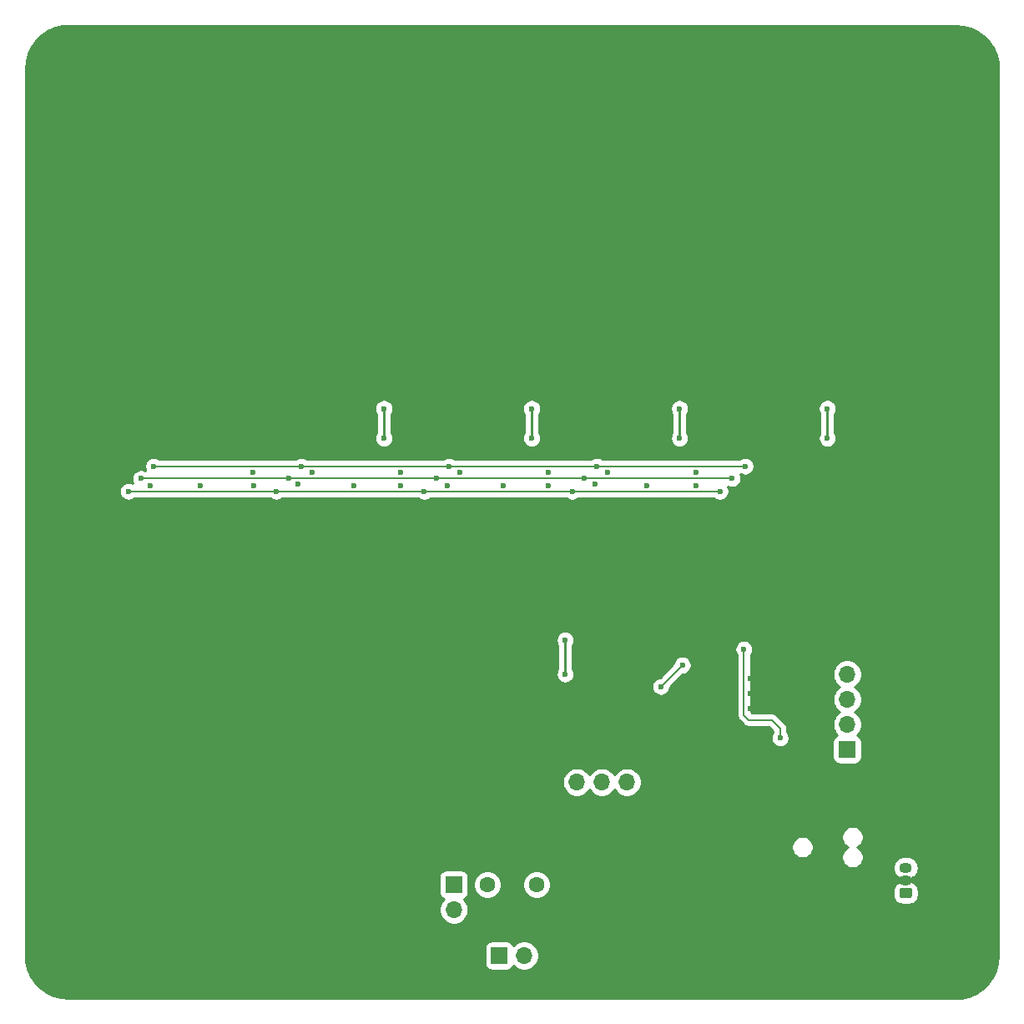
<source format=gbr>
%TF.GenerationSoftware,KiCad,Pcbnew,(5.1.6)-1*%
%TF.CreationDate,2021-07-30T18:19:51-07:00*%
%TF.ProjectId,WPT Receiver,57505420-5265-4636-9569-7665722e6b69,rev?*%
%TF.SameCoordinates,Original*%
%TF.FileFunction,Copper,L2,Bot*%
%TF.FilePolarity,Positive*%
%FSLAX46Y46*%
G04 Gerber Fmt 4.6, Leading zero omitted, Abs format (unit mm)*
G04 Created by KiCad (PCBNEW (5.1.6)-1) date 2021-07-30 18:19:51*
%MOMM*%
%LPD*%
G01*
G04 APERTURE LIST*
%TA.AperFunction,ComponentPad*%
%ADD10O,1.300000X1.050000*%
%TD*%
%TA.AperFunction,ComponentPad*%
%ADD11O,1.700000X1.700000*%
%TD*%
%TA.AperFunction,ComponentPad*%
%ADD12R,1.700000X1.700000*%
%TD*%
%TA.AperFunction,ComponentPad*%
%ADD13C,1.600000*%
%TD*%
%TA.AperFunction,ViaPad*%
%ADD14C,0.600000*%
%TD*%
%TA.AperFunction,Conductor*%
%ADD15C,0.152400*%
%TD*%
%TA.AperFunction,Conductor*%
%ADD16C,0.254000*%
%TD*%
G04 APERTURE END LIST*
%TO.P,U7,1*%
%TO.N,+3V3*%
%TA.AperFunction,ComponentPad*%
G36*
G01*
X140350100Y-139165000D02*
X139549900Y-139165000D01*
G75*
G02*
X139300000Y-138915100I0J249900D01*
G01*
X139300000Y-138364900D01*
G75*
G02*
X139549900Y-138115000I249900J0D01*
G01*
X140350100Y-138115000D01*
G75*
G02*
X140600000Y-138364900I0J-249900D01*
G01*
X140600000Y-138915100D01*
G75*
G02*
X140350100Y-139165000I-249900J0D01*
G01*
G37*
%TD.AperFunction*%
D10*
%TO.P,U7,3*%
%TO.N,/HALL_INT*%
X139950000Y-136100000D03*
%TO.P,U7,2*%
%TO.N,GND*%
X139950000Y-137370000D03*
%TD*%
D11*
%TO.P,L1,2*%
%TO.N,Net-(C1-Pad1)*%
X101240000Y-145000000D03*
D12*
%TO.P,L1,1*%
%TO.N,/IN-*%
X98700000Y-145000000D03*
%TD*%
D11*
%TO.P,J4,4*%
%TO.N,+3V3*%
X106580000Y-127400000D03*
%TO.P,J4,3*%
%TO.N,/DEBUG_RX*%
X109120000Y-127400000D03*
%TO.P,J4,2*%
%TO.N,/DEBUG_TX*%
X111660000Y-127400000D03*
D12*
%TO.P,J4,1*%
%TO.N,GND*%
X114200000Y-127400000D03*
%TD*%
D11*
%TO.P,J3,5*%
%TO.N,GND*%
X134000000Y-113920000D03*
%TO.P,J3,4*%
%TO.N,/LD3*%
X134000000Y-116460000D03*
%TO.P,J3,3*%
%TO.N,/LD2*%
X134000000Y-119000000D03*
%TO.P,J3,2*%
%TO.N,/LD1*%
X134000000Y-121540000D03*
D12*
%TO.P,J3,1*%
%TO.N,+3V3*%
X134000000Y-124080000D03*
%TD*%
D11*
%TO.P,J1,2*%
%TO.N,/IN-*%
X94100000Y-140340000D03*
D12*
%TO.P,J1,1*%
%TO.N,/IN+*%
X94100000Y-137800000D03*
%TD*%
D13*
%TO.P,C1,2*%
%TO.N,/IN+*%
X97500000Y-137800000D03*
%TO.P,C1,1*%
%TO.N,Net-(C1-Pad1)*%
X102500000Y-137800000D03*
%TD*%
D14*
%TO.N,GND*%
X135790000Y-73110000D03*
X135790000Y-76110000D03*
X135790000Y-79110000D03*
X135790000Y-70120000D03*
X135790000Y-82110000D03*
X135790000Y-61120000D03*
X135790000Y-64120000D03*
X135790000Y-67120000D03*
X120790000Y-73110000D03*
X120790000Y-76110000D03*
X120790000Y-79110000D03*
X120790000Y-70120000D03*
X120790000Y-82110000D03*
X120790000Y-61120000D03*
X120790000Y-64120000D03*
X120790000Y-67120000D03*
X105790000Y-73110000D03*
X105790000Y-76110000D03*
X105790000Y-79110000D03*
X105790000Y-70120000D03*
X105790000Y-82110000D03*
X105790000Y-61120000D03*
X105790000Y-64120000D03*
X105790000Y-67120000D03*
X90790000Y-73110000D03*
X90790000Y-76110000D03*
X90790000Y-79110000D03*
X90790000Y-70120000D03*
X90790000Y-82110000D03*
X90790000Y-61120000D03*
X90790000Y-64120000D03*
X90790000Y-67120000D03*
X75790000Y-82110000D03*
X75790000Y-73110000D03*
X75790000Y-76110000D03*
X75790000Y-79110000D03*
X75790000Y-64120000D03*
X75790000Y-67120000D03*
X75790000Y-70120000D03*
X125700000Y-119900000D03*
X125700000Y-116900000D03*
X127200000Y-118400000D03*
X124200000Y-118400000D03*
X127200000Y-119900000D03*
X124200000Y-119900000D03*
X124200000Y-116900000D03*
X127200000Y-116900000D03*
X125700000Y-118400000D03*
X125450000Y-113300000D03*
X75790000Y-61120000D03*
X58540000Y-86930000D03*
X69190000Y-91670000D03*
X73550000Y-86920000D03*
X85100000Y-92510000D03*
X88540000Y-86920000D03*
X100080000Y-92520000D03*
X103550000Y-86950000D03*
X115080000Y-92500000D03*
X118550000Y-86910000D03*
X130070000Y-92500000D03*
X144640000Y-115010000D03*
X144670000Y-118990000D03*
X144640000Y-122980000D03*
X130350000Y-111000000D03*
X129270000Y-109920000D03*
X129200000Y-112400000D03*
X124590000Y-112410000D03*
X124610000Y-109900000D03*
X123550000Y-111010000D03*
X128360000Y-113300000D03*
X116040000Y-110060000D03*
X116040000Y-111830000D03*
X116870000Y-110960000D03*
X131350000Y-127400000D03*
X118200000Y-123490000D03*
X118080000Y-128920000D03*
X120050000Y-137400000D03*
X119375000Y-137075000D03*
X118100000Y-137075000D03*
X121740000Y-133525000D03*
X132200000Y-140010000D03*
X133300000Y-135800000D03*
X126900000Y-145600000D03*
X134970000Y-145630000D03*
X108980000Y-112390000D03*
X100990000Y-112400000D03*
X100470000Y-118470000D03*
X93980000Y-112390000D03*
X86040000Y-112400000D03*
X85590000Y-118500000D03*
X85890000Y-131550000D03*
X84010000Y-132930000D03*
X85900000Y-134430000D03*
X87680000Y-132940000D03*
X85900000Y-143550000D03*
X87690000Y-145030000D03*
X85920000Y-146470000D03*
X84050000Y-145000000D03*
X78840000Y-143280000D03*
X77330000Y-145710000D03*
X57040000Y-140330000D03*
X57080000Y-138650000D03*
X62990000Y-137170000D03*
X60400000Y-138990000D03*
X63010000Y-140810000D03*
X65580000Y-139030000D03*
X57360000Y-136740000D03*
X64490000Y-129460000D03*
X67900000Y-130110000D03*
X65680000Y-130130000D03*
X72610000Y-131200000D03*
X72560000Y-129020000D03*
X72990000Y-124860000D03*
X73030000Y-127760000D03*
X71190000Y-126290000D03*
X74860000Y-126330000D03*
X72660000Y-123370000D03*
X76460000Y-123390000D03*
X75360000Y-124440000D03*
X73810000Y-124460000D03*
X73625000Y-130100000D03*
X138100000Y-140300000D03*
X104300000Y-113200000D03*
X104275000Y-116500000D03*
X106500000Y-113100000D03*
X107200000Y-116900000D03*
X114400000Y-117000000D03*
X118400000Y-115200000D03*
X117000000Y-114000000D03*
X126300000Y-126000000D03*
X122300000Y-113900000D03*
X100800000Y-89500000D03*
X102300000Y-94200000D03*
X85900000Y-89500000D03*
X87400000Y-94100000D03*
X115800000Y-89500000D03*
X117300000Y-94300000D03*
X130800000Y-89400000D03*
X133200000Y-92600000D03*
X133200000Y-89400000D03*
X118400000Y-99300000D03*
X112500000Y-98900000D03*
X105700000Y-98900000D03*
X103900000Y-98900000D03*
X96900000Y-98900000D03*
X90700000Y-98900000D03*
X88900000Y-98900000D03*
X75700000Y-98900000D03*
X82300000Y-98900000D03*
X73800000Y-98900000D03*
X67900000Y-98900000D03*
X61900000Y-98900000D03*
X73700000Y-96000000D03*
X73800000Y-97300000D03*
X63300000Y-97300000D03*
X79700000Y-96000000D03*
X78300000Y-97200000D03*
X88700000Y-96000000D03*
X88700000Y-97300000D03*
X84000000Y-97300000D03*
X68400000Y-97300000D03*
X94700000Y-96000000D03*
X103700000Y-96000000D03*
X103700000Y-97300000D03*
X99100000Y-97300000D03*
X93400000Y-97300000D03*
X109700000Y-96000000D03*
X118700000Y-96000000D03*
X118700000Y-97300000D03*
X113700000Y-97300000D03*
X108400000Y-97200000D03*
X119300000Y-126600000D03*
X122000000Y-122200000D03*
X108925000Y-120350000D03*
X111900000Y-118925000D03*
X55000000Y-55000000D03*
X60000000Y-55000000D03*
X65000000Y-55000000D03*
X70000000Y-55000000D03*
X75000000Y-55000000D03*
X80000000Y-55000000D03*
X85000000Y-55000000D03*
X90000000Y-55000000D03*
X95000000Y-55000000D03*
X100000000Y-55000000D03*
X105000000Y-55000000D03*
X110000000Y-55000000D03*
X115000000Y-55000000D03*
X120000000Y-55000000D03*
X125000000Y-55000000D03*
X130000000Y-55000000D03*
X135000000Y-55000000D03*
X140000000Y-55000000D03*
X145000000Y-55000000D03*
X55000000Y-60000000D03*
X55000000Y-65000000D03*
X60000000Y-60000000D03*
X60000000Y-65000000D03*
X65000000Y-60000000D03*
X80000000Y-60000000D03*
X95000000Y-60000000D03*
X110000000Y-60000000D03*
X125000000Y-60000000D03*
X140000000Y-60000000D03*
X145000000Y-60000000D03*
X145000000Y-65000000D03*
X140000000Y-65000000D03*
X55000000Y-70000000D03*
X60000000Y-70000000D03*
X55000000Y-75000000D03*
X60000000Y-75000000D03*
X145000000Y-70000000D03*
X140000000Y-70000000D03*
X145000000Y-75000000D03*
X140000000Y-75000000D03*
X55000000Y-80000000D03*
X60000000Y-80000000D03*
X55000000Y-85000000D03*
X70500000Y-85000000D03*
X85000000Y-85000000D03*
X100000000Y-85000000D03*
X115000000Y-85000000D03*
X130000000Y-85000000D03*
X135000000Y-85000000D03*
X140000000Y-85000000D03*
X145000000Y-85000000D03*
X145000000Y-80000000D03*
X140000000Y-80000000D03*
X145000000Y-90000000D03*
X140000000Y-90000000D03*
X145000000Y-95000000D03*
X55000000Y-90000000D03*
X55000000Y-100000000D03*
X60000000Y-100000000D03*
X55000000Y-105000000D03*
X60000000Y-105000000D03*
X65000000Y-105000000D03*
X70000000Y-105000000D03*
X75000000Y-105000000D03*
X80000000Y-105000000D03*
X85000000Y-105000000D03*
X90000000Y-105000000D03*
X95000000Y-105000000D03*
X100000000Y-105000000D03*
X105000000Y-105000000D03*
X110000000Y-105000000D03*
X55000000Y-110000000D03*
X110000000Y-110000000D03*
X125000000Y-105000000D03*
X130000000Y-100000000D03*
X135000000Y-100000000D03*
X140000000Y-100000000D03*
X140000000Y-105000000D03*
X135000000Y-105000000D03*
X130000000Y-105000000D03*
X135000000Y-110000000D03*
X140000000Y-110000000D03*
X145000000Y-110000000D03*
X145000000Y-120000000D03*
X145000000Y-130000000D03*
X140000000Y-130000000D03*
X140000000Y-145000000D03*
X145000000Y-145000000D03*
X130000000Y-145000000D03*
X125000000Y-145000000D03*
X125000000Y-140000000D03*
X125000000Y-135000000D03*
X125000000Y-130000000D03*
X115000000Y-145000000D03*
X110000000Y-145000000D03*
X105000000Y-145000000D03*
X105000000Y-140000000D03*
X110000000Y-140000000D03*
X105000000Y-135000000D03*
X100000000Y-135000000D03*
X100000000Y-130000000D03*
X95000000Y-130000000D03*
X95000000Y-135000000D03*
X95000000Y-125000000D03*
X90000000Y-125000000D03*
X90000000Y-130000000D03*
X85000000Y-130000000D03*
X85000000Y-125000000D03*
X80000000Y-125000000D03*
X80000000Y-130000000D03*
X75000000Y-130000000D03*
X80000000Y-135000000D03*
X75000000Y-135000000D03*
X80000000Y-145000000D03*
X95000000Y-145000000D03*
X70000000Y-145000000D03*
X65000000Y-145000000D03*
X60000000Y-145000000D03*
X55000000Y-145000000D03*
X60000000Y-135000000D03*
X65000000Y-135000000D03*
X55000000Y-120000000D03*
X60000000Y-115000000D03*
X69000000Y-79500000D03*
X68500000Y-76500000D03*
X68000000Y-73500000D03*
X67000000Y-71500000D03*
X72500000Y-70500000D03*
X72500000Y-73500000D03*
X72500000Y-76500000D03*
X72500000Y-79500000D03*
X72500000Y-67500000D03*
X72500000Y-64500000D03*
X65000000Y-67500000D03*
X64000000Y-65500000D03*
X72500000Y-61500000D03*
X78500000Y-66000000D03*
X79500000Y-68000000D03*
X80500000Y-70000000D03*
X82000000Y-71500000D03*
X83000000Y-74000000D03*
X84500000Y-79500000D03*
X84500000Y-76500000D03*
X87500000Y-70500000D03*
X87500000Y-67500000D03*
X87500000Y-73500000D03*
X87500000Y-64500000D03*
X87500000Y-61500000D03*
X87500000Y-76500000D03*
X87500000Y-79500000D03*
X86000000Y-82500000D03*
X70500000Y-82500000D03*
X72500000Y-88500000D03*
X57500000Y-88500000D03*
X102500000Y-79500000D03*
X99000000Y-79500000D03*
X102500000Y-76500000D03*
X99000000Y-76500000D03*
X102500000Y-73500000D03*
X98000000Y-73500000D03*
X102500000Y-70500000D03*
X96500000Y-72000000D03*
X102500000Y-67500000D03*
X95500000Y-70000000D03*
X102500000Y-64500000D03*
X94500000Y-68000000D03*
X93500000Y-66000000D03*
X102500000Y-61500000D03*
X108500000Y-66000000D03*
X109500000Y-68000000D03*
X110500000Y-70000000D03*
X111500000Y-72000000D03*
X112500000Y-74000000D03*
X113500000Y-76500000D03*
X114000000Y-79500000D03*
X100500000Y-82500000D03*
X115500000Y-82500000D03*
X117500000Y-79500000D03*
X117500000Y-76500000D03*
X117500000Y-73500000D03*
X117500000Y-70500000D03*
X117500000Y-67500000D03*
X117500000Y-64500000D03*
X117500000Y-61500000D03*
X123500000Y-66000000D03*
X124500000Y-68000000D03*
X125500000Y-70000000D03*
X126500000Y-72000000D03*
X127500000Y-74000000D03*
X128500000Y-76500000D03*
X129000000Y-79500000D03*
X130500000Y-82500000D03*
X132500000Y-79500000D03*
X132500000Y-76500000D03*
X132500000Y-73500000D03*
X132500000Y-70500000D03*
X132500000Y-67500000D03*
X132500000Y-64500000D03*
X132500000Y-61500000D03*
X126000000Y-96000000D03*
X121500000Y-109500000D03*
X120000000Y-106500000D03*
X120500000Y-115000000D03*
X136000000Y-117500000D03*
X136500000Y-120500000D03*
X140500000Y-117000000D03*
X141000000Y-121000000D03*
X134000000Y-126000000D03*
X145000000Y-136000000D03*
X142000000Y-138500000D03*
X133000000Y-132000000D03*
X138000000Y-132500000D03*
X147000000Y-148500000D03*
X149000000Y-144000000D03*
X149000000Y-139500000D03*
X149000000Y-135000000D03*
X149000000Y-130500000D03*
X149000000Y-126000000D03*
X149000000Y-121500000D03*
X149000000Y-116500000D03*
X149000000Y-112000000D03*
X149000000Y-106500000D03*
X149000000Y-100500000D03*
X118000000Y-140500000D03*
X114500000Y-137000000D03*
X120000000Y-142500000D03*
X134500000Y-141000000D03*
X134500000Y-144000000D03*
X113000000Y-123000000D03*
X116000000Y-127000000D03*
X109500000Y-117000000D03*
X104500000Y-126500000D03*
X106500000Y-121500000D03*
X99000000Y-142500000D03*
X96500000Y-140000000D03*
X92000000Y-143000000D03*
X92500000Y-146000000D03*
X84500000Y-139000000D03*
X92000000Y-139000000D03*
X88000000Y-135000000D03*
X88000000Y-143000000D03*
X81000000Y-141000000D03*
X78000000Y-141000000D03*
X75000000Y-141000000D03*
X72000000Y-141500000D03*
X74000000Y-145500000D03*
X51000000Y-118500000D03*
X51000000Y-122500000D03*
X51000000Y-126500000D03*
X51000000Y-130500000D03*
X51000000Y-134500000D03*
X51000000Y-139000000D03*
X51000000Y-143500000D03*
X52000000Y-147500000D03*
X59000000Y-119500000D03*
X55500000Y-123000000D03*
X55500000Y-131000000D03*
X59000000Y-127500000D03*
X61500000Y-129500000D03*
X61500000Y-119000000D03*
X65500000Y-126000000D03*
X66500000Y-116500000D03*
X77000000Y-118500000D03*
X89500000Y-119000000D03*
X95500000Y-119000000D03*
X94500000Y-117000000D03*
X100000000Y-115500000D03*
X97500000Y-112000000D03*
X77000000Y-111500000D03*
X67000000Y-111500000D03*
X65000000Y-91000000D03*
X98500000Y-121000000D03*
X78500000Y-115000000D03*
X84000000Y-115000000D03*
X81500000Y-119500000D03*
X56300000Y-149100000D03*
X60000000Y-149100000D03*
X64000000Y-149100000D03*
X68300000Y-149100000D03*
X72700000Y-149100000D03*
X76600000Y-149100000D03*
X80300000Y-149100000D03*
X84200000Y-149100000D03*
X87900000Y-149100000D03*
X92000000Y-149100000D03*
X96000000Y-149100000D03*
X99600000Y-149100000D03*
X103800000Y-149100000D03*
X108200000Y-149100000D03*
X112800000Y-149100000D03*
X118200000Y-149100000D03*
%TO.N,/RST*%
X123525000Y-113925000D03*
X127200000Y-122925000D03*
%TO.N,Net-(D22-Pad2)*%
X132000000Y-92500000D03*
X132000000Y-89500000D03*
%TO.N,Net-(D23-Pad2)*%
X117000000Y-92500000D03*
X117000000Y-89500000D03*
%TO.N,Net-(D45-Pad2)*%
X102000000Y-92500000D03*
X102000000Y-89500000D03*
%TO.N,Net-(D46-Pad2)*%
X87000000Y-92500000D03*
X87000000Y-89500000D03*
%TO.N,/SR_EN*%
X123650000Y-95350000D03*
X63650000Y-95350000D03*
X78625000Y-95350000D03*
X93625000Y-95350000D03*
X108625000Y-95350000D03*
%TO.N,/SER_0*%
X115100000Y-117700000D03*
X117275000Y-115525000D03*
%TO.N,/SRCLK*%
X106115000Y-97890000D03*
X61100000Y-97900000D03*
X76100000Y-97900000D03*
X121100000Y-97900000D03*
X91100000Y-97900000D03*
%TO.N,/RCLK*%
X122350000Y-96600000D03*
X62350000Y-96600000D03*
X77350000Y-96600000D03*
X92350000Y-96600000D03*
X107365000Y-96590000D03*
%TO.N,Net-(R58-Pad2)*%
X105400000Y-112975000D03*
X105400000Y-116450000D03*
%TD*%
D15*
%TO.N,/RST*%
X127200000Y-121930000D02*
X127200000Y-122925000D01*
X126350000Y-121080000D02*
X127200000Y-121930000D01*
X124010000Y-121080000D02*
X126350000Y-121080000D01*
X123525000Y-113925000D02*
X123525000Y-120595000D01*
X123525000Y-120595000D02*
X124010000Y-121080000D01*
D16*
%TO.N,Net-(D22-Pad2)*%
X132000000Y-92500000D02*
X132000000Y-89500000D01*
%TO.N,Net-(D23-Pad2)*%
X117000000Y-92500000D02*
X117000000Y-89500000D01*
%TO.N,Net-(D45-Pad2)*%
X102000000Y-92500000D02*
X102000000Y-89500000D01*
%TO.N,Net-(D46-Pad2)*%
X87000000Y-92500000D02*
X87000000Y-89500000D01*
D15*
%TO.N,/SR_EN*%
X78625000Y-95350000D02*
X63650000Y-95350000D01*
X93625000Y-95350000D02*
X78625000Y-95350000D01*
X123650000Y-95350000D02*
X108625000Y-95350000D01*
X108625000Y-95350000D02*
X93625000Y-95350000D01*
%TO.N,/SER_0*%
X115100000Y-117700000D02*
X117275000Y-115525000D01*
%TO.N,/SRCLK*%
X76100000Y-97900000D02*
X61100000Y-97900000D01*
X121100000Y-97900000D02*
X91100000Y-97900000D01*
X91100000Y-97900000D02*
X76100000Y-97900000D01*
%TO.N,/RCLK*%
X77350000Y-96600000D02*
X62350000Y-96600000D01*
X122350000Y-96600000D02*
X92350000Y-96600000D01*
X92350000Y-96600000D02*
X77350000Y-96600000D01*
D16*
%TO.N,Net-(R58-Pad2)*%
X105400000Y-112975000D02*
X105400000Y-116450000D01*
%TD*%
%TO.N,GND*%
G36*
X145768083Y-50731173D02*
G01*
X146511891Y-50934656D01*
X147207905Y-51266638D01*
X147834130Y-51716626D01*
X148370777Y-52270403D01*
X148800871Y-52910451D01*
X149110829Y-53616553D01*
X149292065Y-54371457D01*
X149340000Y-55024207D01*
X149340001Y-144970597D01*
X149268827Y-145768083D01*
X149065344Y-146511890D01*
X148733363Y-147207904D01*
X148283374Y-147834130D01*
X147729597Y-148370777D01*
X147089549Y-148800871D01*
X146383447Y-149110829D01*
X145628543Y-149292065D01*
X144975793Y-149340000D01*
X55029392Y-149340000D01*
X54231917Y-149268827D01*
X53488110Y-149065344D01*
X52792096Y-148733363D01*
X52165870Y-148283374D01*
X51629223Y-147729597D01*
X51199129Y-147089549D01*
X50889171Y-146383447D01*
X50707935Y-145628543D01*
X50660000Y-144975793D01*
X50660000Y-144150000D01*
X97211928Y-144150000D01*
X97211928Y-145850000D01*
X97224188Y-145974482D01*
X97260498Y-146094180D01*
X97319463Y-146204494D01*
X97398815Y-146301185D01*
X97495506Y-146380537D01*
X97605820Y-146439502D01*
X97725518Y-146475812D01*
X97850000Y-146488072D01*
X99550000Y-146488072D01*
X99674482Y-146475812D01*
X99794180Y-146439502D01*
X99904494Y-146380537D01*
X100001185Y-146301185D01*
X100080537Y-146204494D01*
X100139502Y-146094180D01*
X100161513Y-146021620D01*
X100293368Y-146153475D01*
X100536589Y-146315990D01*
X100806842Y-146427932D01*
X101093740Y-146485000D01*
X101386260Y-146485000D01*
X101673158Y-146427932D01*
X101943411Y-146315990D01*
X102186632Y-146153475D01*
X102393475Y-145946632D01*
X102555990Y-145703411D01*
X102667932Y-145433158D01*
X102725000Y-145146260D01*
X102725000Y-144853740D01*
X102667932Y-144566842D01*
X102555990Y-144296589D01*
X102393475Y-144053368D01*
X102186632Y-143846525D01*
X101943411Y-143684010D01*
X101673158Y-143572068D01*
X101386260Y-143515000D01*
X101093740Y-143515000D01*
X100806842Y-143572068D01*
X100536589Y-143684010D01*
X100293368Y-143846525D01*
X100161513Y-143978380D01*
X100139502Y-143905820D01*
X100080537Y-143795506D01*
X100001185Y-143698815D01*
X99904494Y-143619463D01*
X99794180Y-143560498D01*
X99674482Y-143524188D01*
X99550000Y-143511928D01*
X97850000Y-143511928D01*
X97725518Y-143524188D01*
X97605820Y-143560498D01*
X97495506Y-143619463D01*
X97398815Y-143698815D01*
X97319463Y-143795506D01*
X97260498Y-143905820D01*
X97224188Y-144025518D01*
X97211928Y-144150000D01*
X50660000Y-144150000D01*
X50660000Y-136950000D01*
X92611928Y-136950000D01*
X92611928Y-138650000D01*
X92624188Y-138774482D01*
X92660498Y-138894180D01*
X92719463Y-139004494D01*
X92798815Y-139101185D01*
X92895506Y-139180537D01*
X93005820Y-139239502D01*
X93078380Y-139261513D01*
X92946525Y-139393368D01*
X92784010Y-139636589D01*
X92672068Y-139906842D01*
X92615000Y-140193740D01*
X92615000Y-140486260D01*
X92672068Y-140773158D01*
X92784010Y-141043411D01*
X92946525Y-141286632D01*
X93153368Y-141493475D01*
X93396589Y-141655990D01*
X93666842Y-141767932D01*
X93953740Y-141825000D01*
X94246260Y-141825000D01*
X94533158Y-141767932D01*
X94803411Y-141655990D01*
X95046632Y-141493475D01*
X95253475Y-141286632D01*
X95415990Y-141043411D01*
X95527932Y-140773158D01*
X95585000Y-140486260D01*
X95585000Y-140193740D01*
X95527932Y-139906842D01*
X95415990Y-139636589D01*
X95253475Y-139393368D01*
X95121620Y-139261513D01*
X95194180Y-139239502D01*
X95304494Y-139180537D01*
X95401185Y-139101185D01*
X95480537Y-139004494D01*
X95539502Y-138894180D01*
X95575812Y-138774482D01*
X95588072Y-138650000D01*
X95588072Y-137658665D01*
X96065000Y-137658665D01*
X96065000Y-137941335D01*
X96120147Y-138218574D01*
X96228320Y-138479727D01*
X96385363Y-138714759D01*
X96585241Y-138914637D01*
X96820273Y-139071680D01*
X97081426Y-139179853D01*
X97358665Y-139235000D01*
X97641335Y-139235000D01*
X97918574Y-139179853D01*
X98179727Y-139071680D01*
X98414759Y-138914637D01*
X98614637Y-138714759D01*
X98771680Y-138479727D01*
X98879853Y-138218574D01*
X98935000Y-137941335D01*
X98935000Y-137658665D01*
X101065000Y-137658665D01*
X101065000Y-137941335D01*
X101120147Y-138218574D01*
X101228320Y-138479727D01*
X101385363Y-138714759D01*
X101585241Y-138914637D01*
X101820273Y-139071680D01*
X102081426Y-139179853D01*
X102358665Y-139235000D01*
X102641335Y-139235000D01*
X102918574Y-139179853D01*
X103179727Y-139071680D01*
X103414759Y-138914637D01*
X103614637Y-138714759D01*
X103771680Y-138479727D01*
X103819242Y-138364900D01*
X138661928Y-138364900D01*
X138661928Y-138915100D01*
X138678990Y-139088335D01*
X138729521Y-139254912D01*
X138811578Y-139408431D01*
X138922009Y-139542991D01*
X139056569Y-139653422D01*
X139210088Y-139735479D01*
X139376665Y-139786010D01*
X139549900Y-139803072D01*
X140350100Y-139803072D01*
X140523335Y-139786010D01*
X140689912Y-139735479D01*
X140843431Y-139653422D01*
X140977991Y-139542991D01*
X141088422Y-139408431D01*
X141170479Y-139254912D01*
X141221010Y-139088335D01*
X141238072Y-138915100D01*
X141238072Y-138364900D01*
X141221010Y-138191665D01*
X141170479Y-138025088D01*
X141088422Y-137871569D01*
X140977991Y-137737009D01*
X140843431Y-137626578D01*
X140689912Y-137544521D01*
X140523335Y-137493990D01*
X140350100Y-137476928D01*
X139549900Y-137476928D01*
X139376665Y-137493990D01*
X139210088Y-137544521D01*
X139056569Y-137626578D01*
X138922009Y-137737009D01*
X138811578Y-137871569D01*
X138729521Y-138025088D01*
X138678990Y-138191665D01*
X138661928Y-138364900D01*
X103819242Y-138364900D01*
X103879853Y-138218574D01*
X103935000Y-137941335D01*
X103935000Y-137658665D01*
X103879853Y-137381426D01*
X103771680Y-137120273D01*
X103614637Y-136885241D01*
X103414759Y-136685363D01*
X103179727Y-136528320D01*
X102918574Y-136420147D01*
X102641335Y-136365000D01*
X102358665Y-136365000D01*
X102081426Y-136420147D01*
X101820273Y-136528320D01*
X101585241Y-136685363D01*
X101385363Y-136885241D01*
X101228320Y-137120273D01*
X101120147Y-137381426D01*
X101065000Y-137658665D01*
X98935000Y-137658665D01*
X98879853Y-137381426D01*
X98771680Y-137120273D01*
X98614637Y-136885241D01*
X98414759Y-136685363D01*
X98179727Y-136528320D01*
X97918574Y-136420147D01*
X97641335Y-136365000D01*
X97358665Y-136365000D01*
X97081426Y-136420147D01*
X96820273Y-136528320D01*
X96585241Y-136685363D01*
X96385363Y-136885241D01*
X96228320Y-137120273D01*
X96120147Y-137381426D01*
X96065000Y-137658665D01*
X95588072Y-137658665D01*
X95588072Y-136950000D01*
X95575812Y-136825518D01*
X95539502Y-136705820D01*
X95480537Y-136595506D01*
X95401185Y-136498815D01*
X95304494Y-136419463D01*
X95194180Y-136360498D01*
X95074482Y-136324188D01*
X94950000Y-136311928D01*
X93250000Y-136311928D01*
X93125518Y-136324188D01*
X93005820Y-136360498D01*
X92895506Y-136419463D01*
X92798815Y-136498815D01*
X92719463Y-136595506D01*
X92660498Y-136705820D01*
X92624188Y-136825518D01*
X92611928Y-136950000D01*
X50660000Y-136950000D01*
X50660000Y-133888675D01*
X128329700Y-133888675D01*
X128329700Y-134111325D01*
X128373137Y-134329696D01*
X128458341Y-134535398D01*
X128582039Y-134720524D01*
X128739476Y-134877961D01*
X128924602Y-135001659D01*
X129130304Y-135086863D01*
X129348675Y-135130300D01*
X129571325Y-135130300D01*
X129789696Y-135086863D01*
X129995398Y-135001659D01*
X130180524Y-134877961D01*
X130337961Y-134720524D01*
X130461659Y-134535398D01*
X130546863Y-134329696D01*
X130590300Y-134111325D01*
X130590300Y-133888675D01*
X130546863Y-133670304D01*
X130461659Y-133464602D01*
X130337961Y-133279476D01*
X130180524Y-133122039D01*
X129995398Y-132998341D01*
X129789696Y-132913137D01*
X129586282Y-132872675D01*
X133409700Y-132872675D01*
X133409700Y-133095325D01*
X133453137Y-133313696D01*
X133538341Y-133519398D01*
X133662039Y-133704524D01*
X133819476Y-133861961D01*
X134004602Y-133985659D01*
X134039224Y-134000000D01*
X134004602Y-134014341D01*
X133819476Y-134138039D01*
X133662039Y-134295476D01*
X133538341Y-134480602D01*
X133453137Y-134686304D01*
X133409700Y-134904675D01*
X133409700Y-135127325D01*
X133453137Y-135345696D01*
X133538341Y-135551398D01*
X133662039Y-135736524D01*
X133819476Y-135893961D01*
X134004602Y-136017659D01*
X134210304Y-136102863D01*
X134428675Y-136146300D01*
X134651325Y-136146300D01*
X134869696Y-136102863D01*
X134876607Y-136100000D01*
X138659388Y-136100000D01*
X138681785Y-136327400D01*
X138748115Y-136546060D01*
X138855829Y-136747579D01*
X139000788Y-136924212D01*
X139177421Y-137069171D01*
X139378940Y-137176885D01*
X139597600Y-137243215D01*
X139768021Y-137260000D01*
X140131979Y-137260000D01*
X140302400Y-137243215D01*
X140521060Y-137176885D01*
X140722579Y-137069171D01*
X140899212Y-136924212D01*
X141044171Y-136747579D01*
X141151885Y-136546060D01*
X141218215Y-136327400D01*
X141240612Y-136100000D01*
X141218215Y-135872600D01*
X141151885Y-135653940D01*
X141044171Y-135452421D01*
X140899212Y-135275788D01*
X140722579Y-135130829D01*
X140521060Y-135023115D01*
X140302400Y-134956785D01*
X140131979Y-134940000D01*
X139768021Y-134940000D01*
X139597600Y-134956785D01*
X139378940Y-135023115D01*
X139177421Y-135130829D01*
X139000788Y-135275788D01*
X138855829Y-135452421D01*
X138748115Y-135653940D01*
X138681785Y-135872600D01*
X138659388Y-136100000D01*
X134876607Y-136100000D01*
X135075398Y-136017659D01*
X135260524Y-135893961D01*
X135417961Y-135736524D01*
X135541659Y-135551398D01*
X135626863Y-135345696D01*
X135670300Y-135127325D01*
X135670300Y-134904675D01*
X135626863Y-134686304D01*
X135541659Y-134480602D01*
X135417961Y-134295476D01*
X135260524Y-134138039D01*
X135075398Y-134014341D01*
X135040776Y-134000000D01*
X135075398Y-133985659D01*
X135260524Y-133861961D01*
X135417961Y-133704524D01*
X135541659Y-133519398D01*
X135626863Y-133313696D01*
X135670300Y-133095325D01*
X135670300Y-132872675D01*
X135626863Y-132654304D01*
X135541659Y-132448602D01*
X135417961Y-132263476D01*
X135260524Y-132106039D01*
X135075398Y-131982341D01*
X134869696Y-131897137D01*
X134651325Y-131853700D01*
X134428675Y-131853700D01*
X134210304Y-131897137D01*
X134004602Y-131982341D01*
X133819476Y-132106039D01*
X133662039Y-132263476D01*
X133538341Y-132448602D01*
X133453137Y-132654304D01*
X133409700Y-132872675D01*
X129586282Y-132872675D01*
X129571325Y-132869700D01*
X129348675Y-132869700D01*
X129130304Y-132913137D01*
X128924602Y-132998341D01*
X128739476Y-133122039D01*
X128582039Y-133279476D01*
X128458341Y-133464602D01*
X128373137Y-133670304D01*
X128329700Y-133888675D01*
X50660000Y-133888675D01*
X50660000Y-127253740D01*
X105095000Y-127253740D01*
X105095000Y-127546260D01*
X105152068Y-127833158D01*
X105264010Y-128103411D01*
X105426525Y-128346632D01*
X105633368Y-128553475D01*
X105876589Y-128715990D01*
X106146842Y-128827932D01*
X106433740Y-128885000D01*
X106726260Y-128885000D01*
X107013158Y-128827932D01*
X107283411Y-128715990D01*
X107526632Y-128553475D01*
X107733475Y-128346632D01*
X107850000Y-128172240D01*
X107966525Y-128346632D01*
X108173368Y-128553475D01*
X108416589Y-128715990D01*
X108686842Y-128827932D01*
X108973740Y-128885000D01*
X109266260Y-128885000D01*
X109553158Y-128827932D01*
X109823411Y-128715990D01*
X110066632Y-128553475D01*
X110273475Y-128346632D01*
X110390000Y-128172240D01*
X110506525Y-128346632D01*
X110713368Y-128553475D01*
X110956589Y-128715990D01*
X111226842Y-128827932D01*
X111513740Y-128885000D01*
X111806260Y-128885000D01*
X112093158Y-128827932D01*
X112363411Y-128715990D01*
X112606632Y-128553475D01*
X112813475Y-128346632D01*
X112975990Y-128103411D01*
X113087932Y-127833158D01*
X113145000Y-127546260D01*
X113145000Y-127253740D01*
X113087932Y-126966842D01*
X112975990Y-126696589D01*
X112813475Y-126453368D01*
X112606632Y-126246525D01*
X112363411Y-126084010D01*
X112093158Y-125972068D01*
X111806260Y-125915000D01*
X111513740Y-125915000D01*
X111226842Y-125972068D01*
X110956589Y-126084010D01*
X110713368Y-126246525D01*
X110506525Y-126453368D01*
X110390000Y-126627760D01*
X110273475Y-126453368D01*
X110066632Y-126246525D01*
X109823411Y-126084010D01*
X109553158Y-125972068D01*
X109266260Y-125915000D01*
X108973740Y-125915000D01*
X108686842Y-125972068D01*
X108416589Y-126084010D01*
X108173368Y-126246525D01*
X107966525Y-126453368D01*
X107850000Y-126627760D01*
X107733475Y-126453368D01*
X107526632Y-126246525D01*
X107283411Y-126084010D01*
X107013158Y-125972068D01*
X106726260Y-125915000D01*
X106433740Y-125915000D01*
X106146842Y-125972068D01*
X105876589Y-126084010D01*
X105633368Y-126246525D01*
X105426525Y-126453368D01*
X105264010Y-126696589D01*
X105152068Y-126966842D01*
X105095000Y-127253740D01*
X50660000Y-127253740D01*
X50660000Y-117607911D01*
X114165000Y-117607911D01*
X114165000Y-117792089D01*
X114200932Y-117972729D01*
X114271414Y-118142889D01*
X114373738Y-118296028D01*
X114503972Y-118426262D01*
X114657111Y-118528586D01*
X114827271Y-118599068D01*
X115007911Y-118635000D01*
X115192089Y-118635000D01*
X115372729Y-118599068D01*
X115542889Y-118528586D01*
X115696028Y-118426262D01*
X115826262Y-118296028D01*
X115928586Y-118142889D01*
X115999068Y-117972729D01*
X116035000Y-117792089D01*
X116035000Y-117770787D01*
X117345789Y-116460000D01*
X117367089Y-116460000D01*
X117547729Y-116424068D01*
X117717889Y-116353586D01*
X117871028Y-116251262D01*
X118001262Y-116121028D01*
X118103586Y-115967889D01*
X118174068Y-115797729D01*
X118210000Y-115617089D01*
X118210000Y-115432911D01*
X118174068Y-115252271D01*
X118103586Y-115082111D01*
X118001262Y-114928972D01*
X117871028Y-114798738D01*
X117717889Y-114696414D01*
X117547729Y-114625932D01*
X117367089Y-114590000D01*
X117182911Y-114590000D01*
X117002271Y-114625932D01*
X116832111Y-114696414D01*
X116678972Y-114798738D01*
X116548738Y-114928972D01*
X116446414Y-115082111D01*
X116375932Y-115252271D01*
X116340000Y-115432911D01*
X116340000Y-115454211D01*
X115029213Y-116765000D01*
X115007911Y-116765000D01*
X114827271Y-116800932D01*
X114657111Y-116871414D01*
X114503972Y-116973738D01*
X114373738Y-117103972D01*
X114271414Y-117257111D01*
X114200932Y-117427271D01*
X114165000Y-117607911D01*
X50660000Y-117607911D01*
X50660000Y-112882911D01*
X104465000Y-112882911D01*
X104465000Y-113067089D01*
X104500932Y-113247729D01*
X104571414Y-113417889D01*
X104638000Y-113517542D01*
X104638001Y-115907457D01*
X104571414Y-116007111D01*
X104500932Y-116177271D01*
X104465000Y-116357911D01*
X104465000Y-116542089D01*
X104500932Y-116722729D01*
X104571414Y-116892889D01*
X104673738Y-117046028D01*
X104803972Y-117176262D01*
X104957111Y-117278586D01*
X105127271Y-117349068D01*
X105307911Y-117385000D01*
X105492089Y-117385000D01*
X105672729Y-117349068D01*
X105842889Y-117278586D01*
X105996028Y-117176262D01*
X106126262Y-117046028D01*
X106228586Y-116892889D01*
X106299068Y-116722729D01*
X106335000Y-116542089D01*
X106335000Y-116357911D01*
X106299068Y-116177271D01*
X106228586Y-116007111D01*
X106162000Y-115907458D01*
X106162000Y-113832911D01*
X122590000Y-113832911D01*
X122590000Y-114017089D01*
X122625932Y-114197729D01*
X122696414Y-114367889D01*
X122798738Y-114521028D01*
X122813800Y-114536090D01*
X122813801Y-120560064D01*
X122810360Y-120595000D01*
X122824092Y-120734419D01*
X122864759Y-120868481D01*
X122903297Y-120940580D01*
X122930799Y-120992033D01*
X123019674Y-121100327D01*
X123046809Y-121122596D01*
X123482406Y-121558195D01*
X123504673Y-121585327D01*
X123531804Y-121607593D01*
X123531809Y-121607598D01*
X123612967Y-121674202D01*
X123736518Y-121740242D01*
X123870580Y-121780909D01*
X123975064Y-121791200D01*
X123975071Y-121791200D01*
X124010000Y-121794640D01*
X124044928Y-121791200D01*
X126055412Y-121791200D01*
X126488800Y-122224589D01*
X126488800Y-122313910D01*
X126473738Y-122328972D01*
X126371414Y-122482111D01*
X126300932Y-122652271D01*
X126265000Y-122832911D01*
X126265000Y-123017089D01*
X126300932Y-123197729D01*
X126371414Y-123367889D01*
X126473738Y-123521028D01*
X126603972Y-123651262D01*
X126757111Y-123753586D01*
X126927271Y-123824068D01*
X127107911Y-123860000D01*
X127292089Y-123860000D01*
X127472729Y-123824068D01*
X127642889Y-123753586D01*
X127796028Y-123651262D01*
X127926262Y-123521028D01*
X128028586Y-123367889D01*
X128085701Y-123230000D01*
X132511928Y-123230000D01*
X132511928Y-124930000D01*
X132524188Y-125054482D01*
X132560498Y-125174180D01*
X132619463Y-125284494D01*
X132698815Y-125381185D01*
X132795506Y-125460537D01*
X132905820Y-125519502D01*
X133025518Y-125555812D01*
X133150000Y-125568072D01*
X134850000Y-125568072D01*
X134974482Y-125555812D01*
X135094180Y-125519502D01*
X135204494Y-125460537D01*
X135301185Y-125381185D01*
X135380537Y-125284494D01*
X135439502Y-125174180D01*
X135475812Y-125054482D01*
X135488072Y-124930000D01*
X135488072Y-123230000D01*
X135475812Y-123105518D01*
X135439502Y-122985820D01*
X135380537Y-122875506D01*
X135301185Y-122778815D01*
X135204494Y-122699463D01*
X135094180Y-122640498D01*
X135021620Y-122618487D01*
X135153475Y-122486632D01*
X135315990Y-122243411D01*
X135427932Y-121973158D01*
X135485000Y-121686260D01*
X135485000Y-121393740D01*
X135427932Y-121106842D01*
X135315990Y-120836589D01*
X135153475Y-120593368D01*
X134946632Y-120386525D01*
X134772240Y-120270000D01*
X134946632Y-120153475D01*
X135153475Y-119946632D01*
X135315990Y-119703411D01*
X135427932Y-119433158D01*
X135485000Y-119146260D01*
X135485000Y-118853740D01*
X135427932Y-118566842D01*
X135315990Y-118296589D01*
X135153475Y-118053368D01*
X134946632Y-117846525D01*
X134772240Y-117730000D01*
X134946632Y-117613475D01*
X135153475Y-117406632D01*
X135315990Y-117163411D01*
X135427932Y-116893158D01*
X135485000Y-116606260D01*
X135485000Y-116313740D01*
X135427932Y-116026842D01*
X135315990Y-115756589D01*
X135153475Y-115513368D01*
X134946632Y-115306525D01*
X134703411Y-115144010D01*
X134433158Y-115032068D01*
X134146260Y-114975000D01*
X133853740Y-114975000D01*
X133566842Y-115032068D01*
X133296589Y-115144010D01*
X133053368Y-115306525D01*
X132846525Y-115513368D01*
X132684010Y-115756589D01*
X132572068Y-116026842D01*
X132515000Y-116313740D01*
X132515000Y-116606260D01*
X132572068Y-116893158D01*
X132684010Y-117163411D01*
X132846525Y-117406632D01*
X133053368Y-117613475D01*
X133227760Y-117730000D01*
X133053368Y-117846525D01*
X132846525Y-118053368D01*
X132684010Y-118296589D01*
X132572068Y-118566842D01*
X132515000Y-118853740D01*
X132515000Y-119146260D01*
X132572068Y-119433158D01*
X132684010Y-119703411D01*
X132846525Y-119946632D01*
X133053368Y-120153475D01*
X133227760Y-120270000D01*
X133053368Y-120386525D01*
X132846525Y-120593368D01*
X132684010Y-120836589D01*
X132572068Y-121106842D01*
X132515000Y-121393740D01*
X132515000Y-121686260D01*
X132572068Y-121973158D01*
X132684010Y-122243411D01*
X132846525Y-122486632D01*
X132978380Y-122618487D01*
X132905820Y-122640498D01*
X132795506Y-122699463D01*
X132698815Y-122778815D01*
X132619463Y-122875506D01*
X132560498Y-122985820D01*
X132524188Y-123105518D01*
X132511928Y-123230000D01*
X128085701Y-123230000D01*
X128099068Y-123197729D01*
X128135000Y-123017089D01*
X128135000Y-122832911D01*
X128099068Y-122652271D01*
X128028586Y-122482111D01*
X127926262Y-122328972D01*
X127911200Y-122313910D01*
X127911200Y-121964928D01*
X127914640Y-121930000D01*
X127911200Y-121895071D01*
X127911200Y-121895064D01*
X127900909Y-121790580D01*
X127860242Y-121656519D01*
X127794202Y-121532967D01*
X127727598Y-121451809D01*
X127727588Y-121451799D01*
X127705326Y-121424673D01*
X127678200Y-121402411D01*
X126877601Y-120601814D01*
X126855327Y-120574673D01*
X126747033Y-120485798D01*
X126623481Y-120419758D01*
X126489420Y-120379091D01*
X126384936Y-120368800D01*
X126384926Y-120368800D01*
X126350000Y-120365360D01*
X126315074Y-120368800D01*
X124304588Y-120368800D01*
X124236200Y-120300412D01*
X124236200Y-114536090D01*
X124251262Y-114521028D01*
X124353586Y-114367889D01*
X124424068Y-114197729D01*
X124460000Y-114017089D01*
X124460000Y-113832911D01*
X124424068Y-113652271D01*
X124353586Y-113482111D01*
X124251262Y-113328972D01*
X124121028Y-113198738D01*
X123967889Y-113096414D01*
X123797729Y-113025932D01*
X123617089Y-112990000D01*
X123432911Y-112990000D01*
X123252271Y-113025932D01*
X123082111Y-113096414D01*
X122928972Y-113198738D01*
X122798738Y-113328972D01*
X122696414Y-113482111D01*
X122625932Y-113652271D01*
X122590000Y-113832911D01*
X106162000Y-113832911D01*
X106162000Y-113517542D01*
X106228586Y-113417889D01*
X106299068Y-113247729D01*
X106335000Y-113067089D01*
X106335000Y-112882911D01*
X106299068Y-112702271D01*
X106228586Y-112532111D01*
X106126262Y-112378972D01*
X105996028Y-112248738D01*
X105842889Y-112146414D01*
X105672729Y-112075932D01*
X105492089Y-112040000D01*
X105307911Y-112040000D01*
X105127271Y-112075932D01*
X104957111Y-112146414D01*
X104803972Y-112248738D01*
X104673738Y-112378972D01*
X104571414Y-112532111D01*
X104500932Y-112702271D01*
X104465000Y-112882911D01*
X50660000Y-112882911D01*
X50660000Y-97807911D01*
X60165000Y-97807911D01*
X60165000Y-97992089D01*
X60200932Y-98172729D01*
X60271414Y-98342889D01*
X60373738Y-98496028D01*
X60503972Y-98626262D01*
X60657111Y-98728586D01*
X60827271Y-98799068D01*
X61007911Y-98835000D01*
X61192089Y-98835000D01*
X61372729Y-98799068D01*
X61542889Y-98728586D01*
X61696028Y-98626262D01*
X61711090Y-98611200D01*
X75488910Y-98611200D01*
X75503972Y-98626262D01*
X75657111Y-98728586D01*
X75827271Y-98799068D01*
X76007911Y-98835000D01*
X76192089Y-98835000D01*
X76372729Y-98799068D01*
X76542889Y-98728586D01*
X76696028Y-98626262D01*
X76711090Y-98611200D01*
X90488910Y-98611200D01*
X90503972Y-98626262D01*
X90657111Y-98728586D01*
X90827271Y-98799068D01*
X91007911Y-98835000D01*
X91192089Y-98835000D01*
X91372729Y-98799068D01*
X91542889Y-98728586D01*
X91696028Y-98626262D01*
X91711090Y-98611200D01*
X105513910Y-98611200D01*
X105518972Y-98616262D01*
X105672111Y-98718586D01*
X105842271Y-98789068D01*
X106022911Y-98825000D01*
X106207089Y-98825000D01*
X106387729Y-98789068D01*
X106557889Y-98718586D01*
X106711028Y-98616262D01*
X106716090Y-98611200D01*
X120488910Y-98611200D01*
X120503972Y-98626262D01*
X120657111Y-98728586D01*
X120827271Y-98799068D01*
X121007911Y-98835000D01*
X121192089Y-98835000D01*
X121372729Y-98799068D01*
X121542889Y-98728586D01*
X121696028Y-98626262D01*
X121826262Y-98496028D01*
X121928586Y-98342889D01*
X121999068Y-98172729D01*
X122035000Y-97992089D01*
X122035000Y-97807911D01*
X121999068Y-97627271D01*
X121928586Y-97457111D01*
X121910451Y-97429969D01*
X122077271Y-97499068D01*
X122257911Y-97535000D01*
X122442089Y-97535000D01*
X122622729Y-97499068D01*
X122792889Y-97428586D01*
X122946028Y-97326262D01*
X123076262Y-97196028D01*
X123178586Y-97042889D01*
X123249068Y-96872729D01*
X123285000Y-96692089D01*
X123285000Y-96507911D01*
X123249068Y-96327271D01*
X123179969Y-96160451D01*
X123207111Y-96178586D01*
X123377271Y-96249068D01*
X123557911Y-96285000D01*
X123742089Y-96285000D01*
X123922729Y-96249068D01*
X124092889Y-96178586D01*
X124246028Y-96076262D01*
X124376262Y-95946028D01*
X124478586Y-95792889D01*
X124549068Y-95622729D01*
X124585000Y-95442089D01*
X124585000Y-95257911D01*
X124549068Y-95077271D01*
X124478586Y-94907111D01*
X124376262Y-94753972D01*
X124246028Y-94623738D01*
X124092889Y-94521414D01*
X123922729Y-94450932D01*
X123742089Y-94415000D01*
X123557911Y-94415000D01*
X123377271Y-94450932D01*
X123207111Y-94521414D01*
X123053972Y-94623738D01*
X123038910Y-94638800D01*
X109236090Y-94638800D01*
X109221028Y-94623738D01*
X109067889Y-94521414D01*
X108897729Y-94450932D01*
X108717089Y-94415000D01*
X108532911Y-94415000D01*
X108352271Y-94450932D01*
X108182111Y-94521414D01*
X108028972Y-94623738D01*
X108013910Y-94638800D01*
X94236090Y-94638800D01*
X94221028Y-94623738D01*
X94067889Y-94521414D01*
X93897729Y-94450932D01*
X93717089Y-94415000D01*
X93532911Y-94415000D01*
X93352271Y-94450932D01*
X93182111Y-94521414D01*
X93028972Y-94623738D01*
X93013910Y-94638800D01*
X79236090Y-94638800D01*
X79221028Y-94623738D01*
X79067889Y-94521414D01*
X78897729Y-94450932D01*
X78717089Y-94415000D01*
X78532911Y-94415000D01*
X78352271Y-94450932D01*
X78182111Y-94521414D01*
X78028972Y-94623738D01*
X78013910Y-94638800D01*
X64261090Y-94638800D01*
X64246028Y-94623738D01*
X64092889Y-94521414D01*
X63922729Y-94450932D01*
X63742089Y-94415000D01*
X63557911Y-94415000D01*
X63377271Y-94450932D01*
X63207111Y-94521414D01*
X63053972Y-94623738D01*
X62923738Y-94753972D01*
X62821414Y-94907111D01*
X62750932Y-95077271D01*
X62715000Y-95257911D01*
X62715000Y-95442089D01*
X62750932Y-95622729D01*
X62820031Y-95789549D01*
X62792889Y-95771414D01*
X62622729Y-95700932D01*
X62442089Y-95665000D01*
X62257911Y-95665000D01*
X62077271Y-95700932D01*
X61907111Y-95771414D01*
X61753972Y-95873738D01*
X61623738Y-96003972D01*
X61521414Y-96157111D01*
X61450932Y-96327271D01*
X61415000Y-96507911D01*
X61415000Y-96692089D01*
X61450932Y-96872729D01*
X61521414Y-97042889D01*
X61539549Y-97070031D01*
X61372729Y-97000932D01*
X61192089Y-96965000D01*
X61007911Y-96965000D01*
X60827271Y-97000932D01*
X60657111Y-97071414D01*
X60503972Y-97173738D01*
X60373738Y-97303972D01*
X60271414Y-97457111D01*
X60200932Y-97627271D01*
X60165000Y-97807911D01*
X50660000Y-97807911D01*
X50660000Y-89407911D01*
X86065000Y-89407911D01*
X86065000Y-89592089D01*
X86100932Y-89772729D01*
X86171414Y-89942889D01*
X86238001Y-90042543D01*
X86238000Y-91957458D01*
X86171414Y-92057111D01*
X86100932Y-92227271D01*
X86065000Y-92407911D01*
X86065000Y-92592089D01*
X86100932Y-92772729D01*
X86171414Y-92942889D01*
X86273738Y-93096028D01*
X86403972Y-93226262D01*
X86557111Y-93328586D01*
X86727271Y-93399068D01*
X86907911Y-93435000D01*
X87092089Y-93435000D01*
X87272729Y-93399068D01*
X87442889Y-93328586D01*
X87596028Y-93226262D01*
X87726262Y-93096028D01*
X87828586Y-92942889D01*
X87899068Y-92772729D01*
X87935000Y-92592089D01*
X87935000Y-92407911D01*
X87899068Y-92227271D01*
X87828586Y-92057111D01*
X87762000Y-91957458D01*
X87762000Y-90042542D01*
X87828586Y-89942889D01*
X87899068Y-89772729D01*
X87935000Y-89592089D01*
X87935000Y-89407911D01*
X101065000Y-89407911D01*
X101065000Y-89592089D01*
X101100932Y-89772729D01*
X101171414Y-89942889D01*
X101238001Y-90042543D01*
X101238000Y-91957458D01*
X101171414Y-92057111D01*
X101100932Y-92227271D01*
X101065000Y-92407911D01*
X101065000Y-92592089D01*
X101100932Y-92772729D01*
X101171414Y-92942889D01*
X101273738Y-93096028D01*
X101403972Y-93226262D01*
X101557111Y-93328586D01*
X101727271Y-93399068D01*
X101907911Y-93435000D01*
X102092089Y-93435000D01*
X102272729Y-93399068D01*
X102442889Y-93328586D01*
X102596028Y-93226262D01*
X102726262Y-93096028D01*
X102828586Y-92942889D01*
X102899068Y-92772729D01*
X102935000Y-92592089D01*
X102935000Y-92407911D01*
X102899068Y-92227271D01*
X102828586Y-92057111D01*
X102762000Y-91957458D01*
X102762000Y-90042542D01*
X102828586Y-89942889D01*
X102899068Y-89772729D01*
X102935000Y-89592089D01*
X102935000Y-89407911D01*
X116065000Y-89407911D01*
X116065000Y-89592089D01*
X116100932Y-89772729D01*
X116171414Y-89942889D01*
X116238001Y-90042543D01*
X116238000Y-91957458D01*
X116171414Y-92057111D01*
X116100932Y-92227271D01*
X116065000Y-92407911D01*
X116065000Y-92592089D01*
X116100932Y-92772729D01*
X116171414Y-92942889D01*
X116273738Y-93096028D01*
X116403972Y-93226262D01*
X116557111Y-93328586D01*
X116727271Y-93399068D01*
X116907911Y-93435000D01*
X117092089Y-93435000D01*
X117272729Y-93399068D01*
X117442889Y-93328586D01*
X117596028Y-93226262D01*
X117726262Y-93096028D01*
X117828586Y-92942889D01*
X117899068Y-92772729D01*
X117935000Y-92592089D01*
X117935000Y-92407911D01*
X117899068Y-92227271D01*
X117828586Y-92057111D01*
X117762000Y-91957458D01*
X117762000Y-90042542D01*
X117828586Y-89942889D01*
X117899068Y-89772729D01*
X117935000Y-89592089D01*
X117935000Y-89407911D01*
X131065000Y-89407911D01*
X131065000Y-89592089D01*
X131100932Y-89772729D01*
X131171414Y-89942889D01*
X131238001Y-90042543D01*
X131238000Y-91957458D01*
X131171414Y-92057111D01*
X131100932Y-92227271D01*
X131065000Y-92407911D01*
X131065000Y-92592089D01*
X131100932Y-92772729D01*
X131171414Y-92942889D01*
X131273738Y-93096028D01*
X131403972Y-93226262D01*
X131557111Y-93328586D01*
X131727271Y-93399068D01*
X131907911Y-93435000D01*
X132092089Y-93435000D01*
X132272729Y-93399068D01*
X132442889Y-93328586D01*
X132596028Y-93226262D01*
X132726262Y-93096028D01*
X132828586Y-92942889D01*
X132899068Y-92772729D01*
X132935000Y-92592089D01*
X132935000Y-92407911D01*
X132899068Y-92227271D01*
X132828586Y-92057111D01*
X132762000Y-91957458D01*
X132762000Y-90042542D01*
X132828586Y-89942889D01*
X132899068Y-89772729D01*
X132935000Y-89592089D01*
X132935000Y-89407911D01*
X132899068Y-89227271D01*
X132828586Y-89057111D01*
X132726262Y-88903972D01*
X132596028Y-88773738D01*
X132442889Y-88671414D01*
X132272729Y-88600932D01*
X132092089Y-88565000D01*
X131907911Y-88565000D01*
X131727271Y-88600932D01*
X131557111Y-88671414D01*
X131403972Y-88773738D01*
X131273738Y-88903972D01*
X131171414Y-89057111D01*
X131100932Y-89227271D01*
X131065000Y-89407911D01*
X117935000Y-89407911D01*
X117899068Y-89227271D01*
X117828586Y-89057111D01*
X117726262Y-88903972D01*
X117596028Y-88773738D01*
X117442889Y-88671414D01*
X117272729Y-88600932D01*
X117092089Y-88565000D01*
X116907911Y-88565000D01*
X116727271Y-88600932D01*
X116557111Y-88671414D01*
X116403972Y-88773738D01*
X116273738Y-88903972D01*
X116171414Y-89057111D01*
X116100932Y-89227271D01*
X116065000Y-89407911D01*
X102935000Y-89407911D01*
X102899068Y-89227271D01*
X102828586Y-89057111D01*
X102726262Y-88903972D01*
X102596028Y-88773738D01*
X102442889Y-88671414D01*
X102272729Y-88600932D01*
X102092089Y-88565000D01*
X101907911Y-88565000D01*
X101727271Y-88600932D01*
X101557111Y-88671414D01*
X101403972Y-88773738D01*
X101273738Y-88903972D01*
X101171414Y-89057111D01*
X101100932Y-89227271D01*
X101065000Y-89407911D01*
X87935000Y-89407911D01*
X87899068Y-89227271D01*
X87828586Y-89057111D01*
X87726262Y-88903972D01*
X87596028Y-88773738D01*
X87442889Y-88671414D01*
X87272729Y-88600932D01*
X87092089Y-88565000D01*
X86907911Y-88565000D01*
X86727271Y-88600932D01*
X86557111Y-88671414D01*
X86403972Y-88773738D01*
X86273738Y-88903972D01*
X86171414Y-89057111D01*
X86100932Y-89227271D01*
X86065000Y-89407911D01*
X50660000Y-89407911D01*
X50660000Y-55029392D01*
X50731173Y-54231917D01*
X50934656Y-53488109D01*
X51266638Y-52792095D01*
X51716626Y-52165870D01*
X52270403Y-51629223D01*
X52910451Y-51199129D01*
X53616553Y-50889171D01*
X54371457Y-50707935D01*
X55024207Y-50660000D01*
X144970608Y-50660000D01*
X145768083Y-50731173D01*
G37*
X145768083Y-50731173D02*
X146511891Y-50934656D01*
X147207905Y-51266638D01*
X147834130Y-51716626D01*
X148370777Y-52270403D01*
X148800871Y-52910451D01*
X149110829Y-53616553D01*
X149292065Y-54371457D01*
X149340000Y-55024207D01*
X149340001Y-144970597D01*
X149268827Y-145768083D01*
X149065344Y-146511890D01*
X148733363Y-147207904D01*
X148283374Y-147834130D01*
X147729597Y-148370777D01*
X147089549Y-148800871D01*
X146383447Y-149110829D01*
X145628543Y-149292065D01*
X144975793Y-149340000D01*
X55029392Y-149340000D01*
X54231917Y-149268827D01*
X53488110Y-149065344D01*
X52792096Y-148733363D01*
X52165870Y-148283374D01*
X51629223Y-147729597D01*
X51199129Y-147089549D01*
X50889171Y-146383447D01*
X50707935Y-145628543D01*
X50660000Y-144975793D01*
X50660000Y-144150000D01*
X97211928Y-144150000D01*
X97211928Y-145850000D01*
X97224188Y-145974482D01*
X97260498Y-146094180D01*
X97319463Y-146204494D01*
X97398815Y-146301185D01*
X97495506Y-146380537D01*
X97605820Y-146439502D01*
X97725518Y-146475812D01*
X97850000Y-146488072D01*
X99550000Y-146488072D01*
X99674482Y-146475812D01*
X99794180Y-146439502D01*
X99904494Y-146380537D01*
X100001185Y-146301185D01*
X100080537Y-146204494D01*
X100139502Y-146094180D01*
X100161513Y-146021620D01*
X100293368Y-146153475D01*
X100536589Y-146315990D01*
X100806842Y-146427932D01*
X101093740Y-146485000D01*
X101386260Y-146485000D01*
X101673158Y-146427932D01*
X101943411Y-146315990D01*
X102186632Y-146153475D01*
X102393475Y-145946632D01*
X102555990Y-145703411D01*
X102667932Y-145433158D01*
X102725000Y-145146260D01*
X102725000Y-144853740D01*
X102667932Y-144566842D01*
X102555990Y-144296589D01*
X102393475Y-144053368D01*
X102186632Y-143846525D01*
X101943411Y-143684010D01*
X101673158Y-143572068D01*
X101386260Y-143515000D01*
X101093740Y-143515000D01*
X100806842Y-143572068D01*
X100536589Y-143684010D01*
X100293368Y-143846525D01*
X100161513Y-143978380D01*
X100139502Y-143905820D01*
X100080537Y-143795506D01*
X100001185Y-143698815D01*
X99904494Y-143619463D01*
X99794180Y-143560498D01*
X99674482Y-143524188D01*
X99550000Y-143511928D01*
X97850000Y-143511928D01*
X97725518Y-143524188D01*
X97605820Y-143560498D01*
X97495506Y-143619463D01*
X97398815Y-143698815D01*
X97319463Y-143795506D01*
X97260498Y-143905820D01*
X97224188Y-144025518D01*
X97211928Y-144150000D01*
X50660000Y-144150000D01*
X50660000Y-136950000D01*
X92611928Y-136950000D01*
X92611928Y-138650000D01*
X92624188Y-138774482D01*
X92660498Y-138894180D01*
X92719463Y-139004494D01*
X92798815Y-139101185D01*
X92895506Y-139180537D01*
X93005820Y-139239502D01*
X93078380Y-139261513D01*
X92946525Y-139393368D01*
X92784010Y-139636589D01*
X92672068Y-139906842D01*
X92615000Y-140193740D01*
X92615000Y-140486260D01*
X92672068Y-140773158D01*
X92784010Y-141043411D01*
X92946525Y-141286632D01*
X93153368Y-141493475D01*
X93396589Y-141655990D01*
X93666842Y-141767932D01*
X93953740Y-141825000D01*
X94246260Y-141825000D01*
X94533158Y-141767932D01*
X94803411Y-141655990D01*
X95046632Y-141493475D01*
X95253475Y-141286632D01*
X95415990Y-141043411D01*
X95527932Y-140773158D01*
X95585000Y-140486260D01*
X95585000Y-140193740D01*
X95527932Y-139906842D01*
X95415990Y-139636589D01*
X95253475Y-139393368D01*
X95121620Y-139261513D01*
X95194180Y-139239502D01*
X95304494Y-139180537D01*
X95401185Y-139101185D01*
X95480537Y-139004494D01*
X95539502Y-138894180D01*
X95575812Y-138774482D01*
X95588072Y-138650000D01*
X95588072Y-137658665D01*
X96065000Y-137658665D01*
X96065000Y-137941335D01*
X96120147Y-138218574D01*
X96228320Y-138479727D01*
X96385363Y-138714759D01*
X96585241Y-138914637D01*
X96820273Y-139071680D01*
X97081426Y-139179853D01*
X97358665Y-139235000D01*
X97641335Y-139235000D01*
X97918574Y-139179853D01*
X98179727Y-139071680D01*
X98414759Y-138914637D01*
X98614637Y-138714759D01*
X98771680Y-138479727D01*
X98879853Y-138218574D01*
X98935000Y-137941335D01*
X98935000Y-137658665D01*
X101065000Y-137658665D01*
X101065000Y-137941335D01*
X101120147Y-138218574D01*
X101228320Y-138479727D01*
X101385363Y-138714759D01*
X101585241Y-138914637D01*
X101820273Y-139071680D01*
X102081426Y-139179853D01*
X102358665Y-139235000D01*
X102641335Y-139235000D01*
X102918574Y-139179853D01*
X103179727Y-139071680D01*
X103414759Y-138914637D01*
X103614637Y-138714759D01*
X103771680Y-138479727D01*
X103819242Y-138364900D01*
X138661928Y-138364900D01*
X138661928Y-138915100D01*
X138678990Y-139088335D01*
X138729521Y-139254912D01*
X138811578Y-139408431D01*
X138922009Y-139542991D01*
X139056569Y-139653422D01*
X139210088Y-139735479D01*
X139376665Y-139786010D01*
X139549900Y-139803072D01*
X140350100Y-139803072D01*
X140523335Y-139786010D01*
X140689912Y-139735479D01*
X140843431Y-139653422D01*
X140977991Y-139542991D01*
X141088422Y-139408431D01*
X141170479Y-139254912D01*
X141221010Y-139088335D01*
X141238072Y-138915100D01*
X141238072Y-138364900D01*
X141221010Y-138191665D01*
X141170479Y-138025088D01*
X141088422Y-137871569D01*
X140977991Y-137737009D01*
X140843431Y-137626578D01*
X140689912Y-137544521D01*
X140523335Y-137493990D01*
X140350100Y-137476928D01*
X139549900Y-137476928D01*
X139376665Y-137493990D01*
X139210088Y-137544521D01*
X139056569Y-137626578D01*
X138922009Y-137737009D01*
X138811578Y-137871569D01*
X138729521Y-138025088D01*
X138678990Y-138191665D01*
X138661928Y-138364900D01*
X103819242Y-138364900D01*
X103879853Y-138218574D01*
X103935000Y-137941335D01*
X103935000Y-137658665D01*
X103879853Y-137381426D01*
X103771680Y-137120273D01*
X103614637Y-136885241D01*
X103414759Y-136685363D01*
X103179727Y-136528320D01*
X102918574Y-136420147D01*
X102641335Y-136365000D01*
X102358665Y-136365000D01*
X102081426Y-136420147D01*
X101820273Y-136528320D01*
X101585241Y-136685363D01*
X101385363Y-136885241D01*
X101228320Y-137120273D01*
X101120147Y-137381426D01*
X101065000Y-137658665D01*
X98935000Y-137658665D01*
X98879853Y-137381426D01*
X98771680Y-137120273D01*
X98614637Y-136885241D01*
X98414759Y-136685363D01*
X98179727Y-136528320D01*
X97918574Y-136420147D01*
X97641335Y-136365000D01*
X97358665Y-136365000D01*
X97081426Y-136420147D01*
X96820273Y-136528320D01*
X96585241Y-136685363D01*
X96385363Y-136885241D01*
X96228320Y-137120273D01*
X96120147Y-137381426D01*
X96065000Y-137658665D01*
X95588072Y-137658665D01*
X95588072Y-136950000D01*
X95575812Y-136825518D01*
X95539502Y-136705820D01*
X95480537Y-136595506D01*
X95401185Y-136498815D01*
X95304494Y-136419463D01*
X95194180Y-136360498D01*
X95074482Y-136324188D01*
X94950000Y-136311928D01*
X93250000Y-136311928D01*
X93125518Y-136324188D01*
X93005820Y-136360498D01*
X92895506Y-136419463D01*
X92798815Y-136498815D01*
X92719463Y-136595506D01*
X92660498Y-136705820D01*
X92624188Y-136825518D01*
X92611928Y-136950000D01*
X50660000Y-136950000D01*
X50660000Y-133888675D01*
X128329700Y-133888675D01*
X128329700Y-134111325D01*
X128373137Y-134329696D01*
X128458341Y-134535398D01*
X128582039Y-134720524D01*
X128739476Y-134877961D01*
X128924602Y-135001659D01*
X129130304Y-135086863D01*
X129348675Y-135130300D01*
X129571325Y-135130300D01*
X129789696Y-135086863D01*
X129995398Y-135001659D01*
X130180524Y-134877961D01*
X130337961Y-134720524D01*
X130461659Y-134535398D01*
X130546863Y-134329696D01*
X130590300Y-134111325D01*
X130590300Y-133888675D01*
X130546863Y-133670304D01*
X130461659Y-133464602D01*
X130337961Y-133279476D01*
X130180524Y-133122039D01*
X129995398Y-132998341D01*
X129789696Y-132913137D01*
X129586282Y-132872675D01*
X133409700Y-132872675D01*
X133409700Y-133095325D01*
X133453137Y-133313696D01*
X133538341Y-133519398D01*
X133662039Y-133704524D01*
X133819476Y-133861961D01*
X134004602Y-133985659D01*
X134039224Y-134000000D01*
X134004602Y-134014341D01*
X133819476Y-134138039D01*
X133662039Y-134295476D01*
X133538341Y-134480602D01*
X133453137Y-134686304D01*
X133409700Y-134904675D01*
X133409700Y-135127325D01*
X133453137Y-135345696D01*
X133538341Y-135551398D01*
X133662039Y-135736524D01*
X133819476Y-135893961D01*
X134004602Y-136017659D01*
X134210304Y-136102863D01*
X134428675Y-136146300D01*
X134651325Y-136146300D01*
X134869696Y-136102863D01*
X134876607Y-136100000D01*
X138659388Y-136100000D01*
X138681785Y-136327400D01*
X138748115Y-136546060D01*
X138855829Y-136747579D01*
X139000788Y-136924212D01*
X139177421Y-137069171D01*
X139378940Y-137176885D01*
X139597600Y-137243215D01*
X139768021Y-137260000D01*
X140131979Y-137260000D01*
X140302400Y-137243215D01*
X140521060Y-137176885D01*
X140722579Y-137069171D01*
X140899212Y-136924212D01*
X141044171Y-136747579D01*
X141151885Y-136546060D01*
X141218215Y-136327400D01*
X141240612Y-136100000D01*
X141218215Y-135872600D01*
X141151885Y-135653940D01*
X141044171Y-135452421D01*
X140899212Y-135275788D01*
X140722579Y-135130829D01*
X140521060Y-135023115D01*
X140302400Y-134956785D01*
X140131979Y-134940000D01*
X139768021Y-134940000D01*
X139597600Y-134956785D01*
X139378940Y-135023115D01*
X139177421Y-135130829D01*
X139000788Y-135275788D01*
X138855829Y-135452421D01*
X138748115Y-135653940D01*
X138681785Y-135872600D01*
X138659388Y-136100000D01*
X134876607Y-136100000D01*
X135075398Y-136017659D01*
X135260524Y-135893961D01*
X135417961Y-135736524D01*
X135541659Y-135551398D01*
X135626863Y-135345696D01*
X135670300Y-135127325D01*
X135670300Y-134904675D01*
X135626863Y-134686304D01*
X135541659Y-134480602D01*
X135417961Y-134295476D01*
X135260524Y-134138039D01*
X135075398Y-134014341D01*
X135040776Y-134000000D01*
X135075398Y-133985659D01*
X135260524Y-133861961D01*
X135417961Y-133704524D01*
X135541659Y-133519398D01*
X135626863Y-133313696D01*
X135670300Y-133095325D01*
X135670300Y-132872675D01*
X135626863Y-132654304D01*
X135541659Y-132448602D01*
X135417961Y-132263476D01*
X135260524Y-132106039D01*
X135075398Y-131982341D01*
X134869696Y-131897137D01*
X134651325Y-131853700D01*
X134428675Y-131853700D01*
X134210304Y-131897137D01*
X134004602Y-131982341D01*
X133819476Y-132106039D01*
X133662039Y-132263476D01*
X133538341Y-132448602D01*
X133453137Y-132654304D01*
X133409700Y-132872675D01*
X129586282Y-132872675D01*
X129571325Y-132869700D01*
X129348675Y-132869700D01*
X129130304Y-132913137D01*
X128924602Y-132998341D01*
X128739476Y-133122039D01*
X128582039Y-133279476D01*
X128458341Y-133464602D01*
X128373137Y-133670304D01*
X128329700Y-133888675D01*
X50660000Y-133888675D01*
X50660000Y-127253740D01*
X105095000Y-127253740D01*
X105095000Y-127546260D01*
X105152068Y-127833158D01*
X105264010Y-128103411D01*
X105426525Y-128346632D01*
X105633368Y-128553475D01*
X105876589Y-128715990D01*
X106146842Y-128827932D01*
X106433740Y-128885000D01*
X106726260Y-128885000D01*
X107013158Y-128827932D01*
X107283411Y-128715990D01*
X107526632Y-128553475D01*
X107733475Y-128346632D01*
X107850000Y-128172240D01*
X107966525Y-128346632D01*
X108173368Y-128553475D01*
X108416589Y-128715990D01*
X108686842Y-128827932D01*
X108973740Y-128885000D01*
X109266260Y-128885000D01*
X109553158Y-128827932D01*
X109823411Y-128715990D01*
X110066632Y-128553475D01*
X110273475Y-128346632D01*
X110390000Y-128172240D01*
X110506525Y-128346632D01*
X110713368Y-128553475D01*
X110956589Y-128715990D01*
X111226842Y-128827932D01*
X111513740Y-128885000D01*
X111806260Y-128885000D01*
X112093158Y-128827932D01*
X112363411Y-128715990D01*
X112606632Y-128553475D01*
X112813475Y-128346632D01*
X112975990Y-128103411D01*
X113087932Y-127833158D01*
X113145000Y-127546260D01*
X113145000Y-127253740D01*
X113087932Y-126966842D01*
X112975990Y-126696589D01*
X112813475Y-126453368D01*
X112606632Y-126246525D01*
X112363411Y-126084010D01*
X112093158Y-125972068D01*
X111806260Y-125915000D01*
X111513740Y-125915000D01*
X111226842Y-125972068D01*
X110956589Y-126084010D01*
X110713368Y-126246525D01*
X110506525Y-126453368D01*
X110390000Y-126627760D01*
X110273475Y-126453368D01*
X110066632Y-126246525D01*
X109823411Y-126084010D01*
X109553158Y-125972068D01*
X109266260Y-125915000D01*
X108973740Y-125915000D01*
X108686842Y-125972068D01*
X108416589Y-126084010D01*
X108173368Y-126246525D01*
X107966525Y-126453368D01*
X107850000Y-126627760D01*
X107733475Y-126453368D01*
X107526632Y-126246525D01*
X107283411Y-126084010D01*
X107013158Y-125972068D01*
X106726260Y-125915000D01*
X106433740Y-125915000D01*
X106146842Y-125972068D01*
X105876589Y-126084010D01*
X105633368Y-126246525D01*
X105426525Y-126453368D01*
X105264010Y-126696589D01*
X105152068Y-126966842D01*
X105095000Y-127253740D01*
X50660000Y-127253740D01*
X50660000Y-117607911D01*
X114165000Y-117607911D01*
X114165000Y-117792089D01*
X114200932Y-117972729D01*
X114271414Y-118142889D01*
X114373738Y-118296028D01*
X114503972Y-118426262D01*
X114657111Y-118528586D01*
X114827271Y-118599068D01*
X115007911Y-118635000D01*
X115192089Y-118635000D01*
X115372729Y-118599068D01*
X115542889Y-118528586D01*
X115696028Y-118426262D01*
X115826262Y-118296028D01*
X115928586Y-118142889D01*
X115999068Y-117972729D01*
X116035000Y-117792089D01*
X116035000Y-117770787D01*
X117345789Y-116460000D01*
X117367089Y-116460000D01*
X117547729Y-116424068D01*
X117717889Y-116353586D01*
X117871028Y-116251262D01*
X118001262Y-116121028D01*
X118103586Y-115967889D01*
X118174068Y-115797729D01*
X118210000Y-115617089D01*
X118210000Y-115432911D01*
X118174068Y-115252271D01*
X118103586Y-115082111D01*
X118001262Y-114928972D01*
X117871028Y-114798738D01*
X117717889Y-114696414D01*
X117547729Y-114625932D01*
X117367089Y-114590000D01*
X117182911Y-114590000D01*
X117002271Y-114625932D01*
X116832111Y-114696414D01*
X116678972Y-114798738D01*
X116548738Y-114928972D01*
X116446414Y-115082111D01*
X116375932Y-115252271D01*
X116340000Y-115432911D01*
X116340000Y-115454211D01*
X115029213Y-116765000D01*
X115007911Y-116765000D01*
X114827271Y-116800932D01*
X114657111Y-116871414D01*
X114503972Y-116973738D01*
X114373738Y-117103972D01*
X114271414Y-117257111D01*
X114200932Y-117427271D01*
X114165000Y-117607911D01*
X50660000Y-117607911D01*
X50660000Y-112882911D01*
X104465000Y-112882911D01*
X104465000Y-113067089D01*
X104500932Y-113247729D01*
X104571414Y-113417889D01*
X104638000Y-113517542D01*
X104638001Y-115907457D01*
X104571414Y-116007111D01*
X104500932Y-116177271D01*
X104465000Y-116357911D01*
X104465000Y-116542089D01*
X104500932Y-116722729D01*
X104571414Y-116892889D01*
X104673738Y-117046028D01*
X104803972Y-117176262D01*
X104957111Y-117278586D01*
X105127271Y-117349068D01*
X105307911Y-117385000D01*
X105492089Y-117385000D01*
X105672729Y-117349068D01*
X105842889Y-117278586D01*
X105996028Y-117176262D01*
X106126262Y-117046028D01*
X106228586Y-116892889D01*
X106299068Y-116722729D01*
X106335000Y-116542089D01*
X106335000Y-116357911D01*
X106299068Y-116177271D01*
X106228586Y-116007111D01*
X106162000Y-115907458D01*
X106162000Y-113832911D01*
X122590000Y-113832911D01*
X122590000Y-114017089D01*
X122625932Y-114197729D01*
X122696414Y-114367889D01*
X122798738Y-114521028D01*
X122813800Y-114536090D01*
X122813801Y-120560064D01*
X122810360Y-120595000D01*
X122824092Y-120734419D01*
X122864759Y-120868481D01*
X122903297Y-120940580D01*
X122930799Y-120992033D01*
X123019674Y-121100327D01*
X123046809Y-121122596D01*
X123482406Y-121558195D01*
X123504673Y-121585327D01*
X123531804Y-121607593D01*
X123531809Y-121607598D01*
X123612967Y-121674202D01*
X123736518Y-121740242D01*
X123870580Y-121780909D01*
X123975064Y-121791200D01*
X123975071Y-121791200D01*
X124010000Y-121794640D01*
X124044928Y-121791200D01*
X126055412Y-121791200D01*
X126488800Y-122224589D01*
X126488800Y-122313910D01*
X126473738Y-122328972D01*
X126371414Y-122482111D01*
X126300932Y-122652271D01*
X126265000Y-122832911D01*
X126265000Y-123017089D01*
X126300932Y-123197729D01*
X126371414Y-123367889D01*
X126473738Y-123521028D01*
X126603972Y-123651262D01*
X126757111Y-123753586D01*
X126927271Y-123824068D01*
X127107911Y-123860000D01*
X127292089Y-123860000D01*
X127472729Y-123824068D01*
X127642889Y-123753586D01*
X127796028Y-123651262D01*
X127926262Y-123521028D01*
X128028586Y-123367889D01*
X128085701Y-123230000D01*
X132511928Y-123230000D01*
X132511928Y-124930000D01*
X132524188Y-125054482D01*
X132560498Y-125174180D01*
X132619463Y-125284494D01*
X132698815Y-125381185D01*
X132795506Y-125460537D01*
X132905820Y-125519502D01*
X133025518Y-125555812D01*
X133150000Y-125568072D01*
X134850000Y-125568072D01*
X134974482Y-125555812D01*
X135094180Y-125519502D01*
X135204494Y-125460537D01*
X135301185Y-125381185D01*
X135380537Y-125284494D01*
X135439502Y-125174180D01*
X135475812Y-125054482D01*
X135488072Y-124930000D01*
X135488072Y-123230000D01*
X135475812Y-123105518D01*
X135439502Y-122985820D01*
X135380537Y-122875506D01*
X135301185Y-122778815D01*
X135204494Y-122699463D01*
X135094180Y-122640498D01*
X135021620Y-122618487D01*
X135153475Y-122486632D01*
X135315990Y-122243411D01*
X135427932Y-121973158D01*
X135485000Y-121686260D01*
X135485000Y-121393740D01*
X135427932Y-121106842D01*
X135315990Y-120836589D01*
X135153475Y-120593368D01*
X134946632Y-120386525D01*
X134772240Y-120270000D01*
X134946632Y-120153475D01*
X135153475Y-119946632D01*
X135315990Y-119703411D01*
X135427932Y-119433158D01*
X135485000Y-119146260D01*
X135485000Y-118853740D01*
X135427932Y-118566842D01*
X135315990Y-118296589D01*
X135153475Y-118053368D01*
X134946632Y-117846525D01*
X134772240Y-117730000D01*
X134946632Y-117613475D01*
X135153475Y-117406632D01*
X135315990Y-117163411D01*
X135427932Y-116893158D01*
X135485000Y-116606260D01*
X135485000Y-116313740D01*
X135427932Y-116026842D01*
X135315990Y-115756589D01*
X135153475Y-115513368D01*
X134946632Y-115306525D01*
X134703411Y-115144010D01*
X134433158Y-115032068D01*
X134146260Y-114975000D01*
X133853740Y-114975000D01*
X133566842Y-115032068D01*
X133296589Y-115144010D01*
X133053368Y-115306525D01*
X132846525Y-115513368D01*
X132684010Y-115756589D01*
X132572068Y-116026842D01*
X132515000Y-116313740D01*
X132515000Y-116606260D01*
X132572068Y-116893158D01*
X132684010Y-117163411D01*
X132846525Y-117406632D01*
X133053368Y-117613475D01*
X133227760Y-117730000D01*
X133053368Y-117846525D01*
X132846525Y-118053368D01*
X132684010Y-118296589D01*
X132572068Y-118566842D01*
X132515000Y-118853740D01*
X132515000Y-119146260D01*
X132572068Y-119433158D01*
X132684010Y-119703411D01*
X132846525Y-119946632D01*
X133053368Y-120153475D01*
X133227760Y-120270000D01*
X133053368Y-120386525D01*
X132846525Y-120593368D01*
X132684010Y-120836589D01*
X132572068Y-121106842D01*
X132515000Y-121393740D01*
X132515000Y-121686260D01*
X132572068Y-121973158D01*
X132684010Y-122243411D01*
X132846525Y-122486632D01*
X132978380Y-122618487D01*
X132905820Y-122640498D01*
X132795506Y-122699463D01*
X132698815Y-122778815D01*
X132619463Y-122875506D01*
X132560498Y-122985820D01*
X132524188Y-123105518D01*
X132511928Y-123230000D01*
X128085701Y-123230000D01*
X128099068Y-123197729D01*
X128135000Y-123017089D01*
X128135000Y-122832911D01*
X128099068Y-122652271D01*
X128028586Y-122482111D01*
X127926262Y-122328972D01*
X127911200Y-122313910D01*
X127911200Y-121964928D01*
X127914640Y-121930000D01*
X127911200Y-121895071D01*
X127911200Y-121895064D01*
X127900909Y-121790580D01*
X127860242Y-121656519D01*
X127794202Y-121532967D01*
X127727598Y-121451809D01*
X127727588Y-121451799D01*
X127705326Y-121424673D01*
X127678200Y-121402411D01*
X126877601Y-120601814D01*
X126855327Y-120574673D01*
X126747033Y-120485798D01*
X126623481Y-120419758D01*
X126489420Y-120379091D01*
X126384936Y-120368800D01*
X126384926Y-120368800D01*
X126350000Y-120365360D01*
X126315074Y-120368800D01*
X124304588Y-120368800D01*
X124236200Y-120300412D01*
X124236200Y-114536090D01*
X124251262Y-114521028D01*
X124353586Y-114367889D01*
X124424068Y-114197729D01*
X124460000Y-114017089D01*
X124460000Y-113832911D01*
X124424068Y-113652271D01*
X124353586Y-113482111D01*
X124251262Y-113328972D01*
X124121028Y-113198738D01*
X123967889Y-113096414D01*
X123797729Y-113025932D01*
X123617089Y-112990000D01*
X123432911Y-112990000D01*
X123252271Y-113025932D01*
X123082111Y-113096414D01*
X122928972Y-113198738D01*
X122798738Y-113328972D01*
X122696414Y-113482111D01*
X122625932Y-113652271D01*
X122590000Y-113832911D01*
X106162000Y-113832911D01*
X106162000Y-113517542D01*
X106228586Y-113417889D01*
X106299068Y-113247729D01*
X106335000Y-113067089D01*
X106335000Y-112882911D01*
X106299068Y-112702271D01*
X106228586Y-112532111D01*
X106126262Y-112378972D01*
X105996028Y-112248738D01*
X105842889Y-112146414D01*
X105672729Y-112075932D01*
X105492089Y-112040000D01*
X105307911Y-112040000D01*
X105127271Y-112075932D01*
X104957111Y-112146414D01*
X104803972Y-112248738D01*
X104673738Y-112378972D01*
X104571414Y-112532111D01*
X104500932Y-112702271D01*
X104465000Y-112882911D01*
X50660000Y-112882911D01*
X50660000Y-97807911D01*
X60165000Y-97807911D01*
X60165000Y-97992089D01*
X60200932Y-98172729D01*
X60271414Y-98342889D01*
X60373738Y-98496028D01*
X60503972Y-98626262D01*
X60657111Y-98728586D01*
X60827271Y-98799068D01*
X61007911Y-98835000D01*
X61192089Y-98835000D01*
X61372729Y-98799068D01*
X61542889Y-98728586D01*
X61696028Y-98626262D01*
X61711090Y-98611200D01*
X75488910Y-98611200D01*
X75503972Y-98626262D01*
X75657111Y-98728586D01*
X75827271Y-98799068D01*
X76007911Y-98835000D01*
X76192089Y-98835000D01*
X76372729Y-98799068D01*
X76542889Y-98728586D01*
X76696028Y-98626262D01*
X76711090Y-98611200D01*
X90488910Y-98611200D01*
X90503972Y-98626262D01*
X90657111Y-98728586D01*
X90827271Y-98799068D01*
X91007911Y-98835000D01*
X91192089Y-98835000D01*
X91372729Y-98799068D01*
X91542889Y-98728586D01*
X91696028Y-98626262D01*
X91711090Y-98611200D01*
X105513910Y-98611200D01*
X105518972Y-98616262D01*
X105672111Y-98718586D01*
X105842271Y-98789068D01*
X106022911Y-98825000D01*
X106207089Y-98825000D01*
X106387729Y-98789068D01*
X106557889Y-98718586D01*
X106711028Y-98616262D01*
X106716090Y-98611200D01*
X120488910Y-98611200D01*
X120503972Y-98626262D01*
X120657111Y-98728586D01*
X120827271Y-98799068D01*
X121007911Y-98835000D01*
X121192089Y-98835000D01*
X121372729Y-98799068D01*
X121542889Y-98728586D01*
X121696028Y-98626262D01*
X121826262Y-98496028D01*
X121928586Y-98342889D01*
X121999068Y-98172729D01*
X122035000Y-97992089D01*
X122035000Y-97807911D01*
X121999068Y-97627271D01*
X121928586Y-97457111D01*
X121910451Y-97429969D01*
X122077271Y-97499068D01*
X122257911Y-97535000D01*
X122442089Y-97535000D01*
X122622729Y-97499068D01*
X122792889Y-97428586D01*
X122946028Y-97326262D01*
X123076262Y-97196028D01*
X123178586Y-97042889D01*
X123249068Y-96872729D01*
X123285000Y-96692089D01*
X123285000Y-96507911D01*
X123249068Y-96327271D01*
X123179969Y-96160451D01*
X123207111Y-96178586D01*
X123377271Y-96249068D01*
X123557911Y-96285000D01*
X123742089Y-96285000D01*
X123922729Y-96249068D01*
X124092889Y-96178586D01*
X124246028Y-96076262D01*
X124376262Y-95946028D01*
X124478586Y-95792889D01*
X124549068Y-95622729D01*
X124585000Y-95442089D01*
X124585000Y-95257911D01*
X124549068Y-95077271D01*
X124478586Y-94907111D01*
X124376262Y-94753972D01*
X124246028Y-94623738D01*
X124092889Y-94521414D01*
X123922729Y-94450932D01*
X123742089Y-94415000D01*
X123557911Y-94415000D01*
X123377271Y-94450932D01*
X123207111Y-94521414D01*
X123053972Y-94623738D01*
X123038910Y-94638800D01*
X109236090Y-94638800D01*
X109221028Y-94623738D01*
X109067889Y-94521414D01*
X108897729Y-94450932D01*
X108717089Y-94415000D01*
X108532911Y-94415000D01*
X108352271Y-94450932D01*
X108182111Y-94521414D01*
X108028972Y-94623738D01*
X108013910Y-94638800D01*
X94236090Y-94638800D01*
X94221028Y-94623738D01*
X94067889Y-94521414D01*
X93897729Y-94450932D01*
X93717089Y-94415000D01*
X93532911Y-94415000D01*
X93352271Y-94450932D01*
X93182111Y-94521414D01*
X93028972Y-94623738D01*
X93013910Y-94638800D01*
X79236090Y-94638800D01*
X79221028Y-94623738D01*
X79067889Y-94521414D01*
X78897729Y-94450932D01*
X78717089Y-94415000D01*
X78532911Y-94415000D01*
X78352271Y-94450932D01*
X78182111Y-94521414D01*
X78028972Y-94623738D01*
X78013910Y-94638800D01*
X64261090Y-94638800D01*
X64246028Y-94623738D01*
X64092889Y-94521414D01*
X63922729Y-94450932D01*
X63742089Y-94415000D01*
X63557911Y-94415000D01*
X63377271Y-94450932D01*
X63207111Y-94521414D01*
X63053972Y-94623738D01*
X62923738Y-94753972D01*
X62821414Y-94907111D01*
X62750932Y-95077271D01*
X62715000Y-95257911D01*
X62715000Y-95442089D01*
X62750932Y-95622729D01*
X62820031Y-95789549D01*
X62792889Y-95771414D01*
X62622729Y-95700932D01*
X62442089Y-95665000D01*
X62257911Y-95665000D01*
X62077271Y-95700932D01*
X61907111Y-95771414D01*
X61753972Y-95873738D01*
X61623738Y-96003972D01*
X61521414Y-96157111D01*
X61450932Y-96327271D01*
X61415000Y-96507911D01*
X61415000Y-96692089D01*
X61450932Y-96872729D01*
X61521414Y-97042889D01*
X61539549Y-97070031D01*
X61372729Y-97000932D01*
X61192089Y-96965000D01*
X61007911Y-96965000D01*
X60827271Y-97000932D01*
X60657111Y-97071414D01*
X60503972Y-97173738D01*
X60373738Y-97303972D01*
X60271414Y-97457111D01*
X60200932Y-97627271D01*
X60165000Y-97807911D01*
X50660000Y-97807911D01*
X50660000Y-89407911D01*
X86065000Y-89407911D01*
X86065000Y-89592089D01*
X86100932Y-89772729D01*
X86171414Y-89942889D01*
X86238001Y-90042543D01*
X86238000Y-91957458D01*
X86171414Y-92057111D01*
X86100932Y-92227271D01*
X86065000Y-92407911D01*
X86065000Y-92592089D01*
X86100932Y-92772729D01*
X86171414Y-92942889D01*
X86273738Y-93096028D01*
X86403972Y-93226262D01*
X86557111Y-93328586D01*
X86727271Y-93399068D01*
X86907911Y-93435000D01*
X87092089Y-93435000D01*
X87272729Y-93399068D01*
X87442889Y-93328586D01*
X87596028Y-93226262D01*
X87726262Y-93096028D01*
X87828586Y-92942889D01*
X87899068Y-92772729D01*
X87935000Y-92592089D01*
X87935000Y-92407911D01*
X87899068Y-92227271D01*
X87828586Y-92057111D01*
X87762000Y-91957458D01*
X87762000Y-90042542D01*
X87828586Y-89942889D01*
X87899068Y-89772729D01*
X87935000Y-89592089D01*
X87935000Y-89407911D01*
X101065000Y-89407911D01*
X101065000Y-89592089D01*
X101100932Y-89772729D01*
X101171414Y-89942889D01*
X101238001Y-90042543D01*
X101238000Y-91957458D01*
X101171414Y-92057111D01*
X101100932Y-92227271D01*
X101065000Y-92407911D01*
X101065000Y-92592089D01*
X101100932Y-92772729D01*
X101171414Y-92942889D01*
X101273738Y-93096028D01*
X101403972Y-93226262D01*
X101557111Y-93328586D01*
X101727271Y-93399068D01*
X101907911Y-93435000D01*
X102092089Y-93435000D01*
X102272729Y-93399068D01*
X102442889Y-93328586D01*
X102596028Y-93226262D01*
X102726262Y-93096028D01*
X102828586Y-92942889D01*
X102899068Y-92772729D01*
X102935000Y-92592089D01*
X102935000Y-92407911D01*
X102899068Y-92227271D01*
X102828586Y-92057111D01*
X102762000Y-91957458D01*
X102762000Y-90042542D01*
X102828586Y-89942889D01*
X102899068Y-89772729D01*
X102935000Y-89592089D01*
X102935000Y-89407911D01*
X116065000Y-89407911D01*
X116065000Y-89592089D01*
X116100932Y-89772729D01*
X116171414Y-89942889D01*
X116238001Y-90042543D01*
X116238000Y-91957458D01*
X116171414Y-92057111D01*
X116100932Y-92227271D01*
X116065000Y-92407911D01*
X116065000Y-92592089D01*
X116100932Y-92772729D01*
X116171414Y-92942889D01*
X116273738Y-93096028D01*
X116403972Y-93226262D01*
X116557111Y-93328586D01*
X116727271Y-93399068D01*
X116907911Y-93435000D01*
X117092089Y-93435000D01*
X117272729Y-93399068D01*
X117442889Y-93328586D01*
X117596028Y-93226262D01*
X117726262Y-93096028D01*
X117828586Y-92942889D01*
X117899068Y-92772729D01*
X117935000Y-92592089D01*
X117935000Y-92407911D01*
X117899068Y-92227271D01*
X117828586Y-92057111D01*
X117762000Y-91957458D01*
X117762000Y-90042542D01*
X117828586Y-89942889D01*
X117899068Y-89772729D01*
X117935000Y-89592089D01*
X117935000Y-89407911D01*
X131065000Y-89407911D01*
X131065000Y-89592089D01*
X131100932Y-89772729D01*
X131171414Y-89942889D01*
X131238001Y-90042543D01*
X131238000Y-91957458D01*
X131171414Y-92057111D01*
X131100932Y-92227271D01*
X131065000Y-92407911D01*
X131065000Y-92592089D01*
X131100932Y-92772729D01*
X131171414Y-92942889D01*
X131273738Y-93096028D01*
X131403972Y-93226262D01*
X131557111Y-93328586D01*
X131727271Y-93399068D01*
X131907911Y-93435000D01*
X132092089Y-93435000D01*
X132272729Y-93399068D01*
X132442889Y-93328586D01*
X132596028Y-93226262D01*
X132726262Y-93096028D01*
X132828586Y-92942889D01*
X132899068Y-92772729D01*
X132935000Y-92592089D01*
X132935000Y-92407911D01*
X132899068Y-92227271D01*
X132828586Y-92057111D01*
X132762000Y-91957458D01*
X132762000Y-90042542D01*
X132828586Y-89942889D01*
X132899068Y-89772729D01*
X132935000Y-89592089D01*
X132935000Y-89407911D01*
X132899068Y-89227271D01*
X132828586Y-89057111D01*
X132726262Y-88903972D01*
X132596028Y-88773738D01*
X132442889Y-88671414D01*
X132272729Y-88600932D01*
X132092089Y-88565000D01*
X131907911Y-88565000D01*
X131727271Y-88600932D01*
X131557111Y-88671414D01*
X131403972Y-88773738D01*
X131273738Y-88903972D01*
X131171414Y-89057111D01*
X131100932Y-89227271D01*
X131065000Y-89407911D01*
X117935000Y-89407911D01*
X117899068Y-89227271D01*
X117828586Y-89057111D01*
X117726262Y-88903972D01*
X117596028Y-88773738D01*
X117442889Y-88671414D01*
X117272729Y-88600932D01*
X117092089Y-88565000D01*
X116907911Y-88565000D01*
X116727271Y-88600932D01*
X116557111Y-88671414D01*
X116403972Y-88773738D01*
X116273738Y-88903972D01*
X116171414Y-89057111D01*
X116100932Y-89227271D01*
X116065000Y-89407911D01*
X102935000Y-89407911D01*
X102899068Y-89227271D01*
X102828586Y-89057111D01*
X102726262Y-88903972D01*
X102596028Y-88773738D01*
X102442889Y-88671414D01*
X102272729Y-88600932D01*
X102092089Y-88565000D01*
X101907911Y-88565000D01*
X101727271Y-88600932D01*
X101557111Y-88671414D01*
X101403972Y-88773738D01*
X101273738Y-88903972D01*
X101171414Y-89057111D01*
X101100932Y-89227271D01*
X101065000Y-89407911D01*
X87935000Y-89407911D01*
X87899068Y-89227271D01*
X87828586Y-89057111D01*
X87726262Y-88903972D01*
X87596028Y-88773738D01*
X87442889Y-88671414D01*
X87272729Y-88600932D01*
X87092089Y-88565000D01*
X86907911Y-88565000D01*
X86727271Y-88600932D01*
X86557111Y-88671414D01*
X86403972Y-88773738D01*
X86273738Y-88903972D01*
X86171414Y-89057111D01*
X86100932Y-89227271D01*
X86065000Y-89407911D01*
X50660000Y-89407911D01*
X50660000Y-55029392D01*
X50731173Y-54231917D01*
X50934656Y-53488109D01*
X51266638Y-52792095D01*
X51716626Y-52165870D01*
X52270403Y-51629223D01*
X52910451Y-51199129D01*
X53616553Y-50889171D01*
X54371457Y-50707935D01*
X55024207Y-50660000D01*
X144970608Y-50660000D01*
X145768083Y-50731173D01*
%TD*%
M02*

</source>
